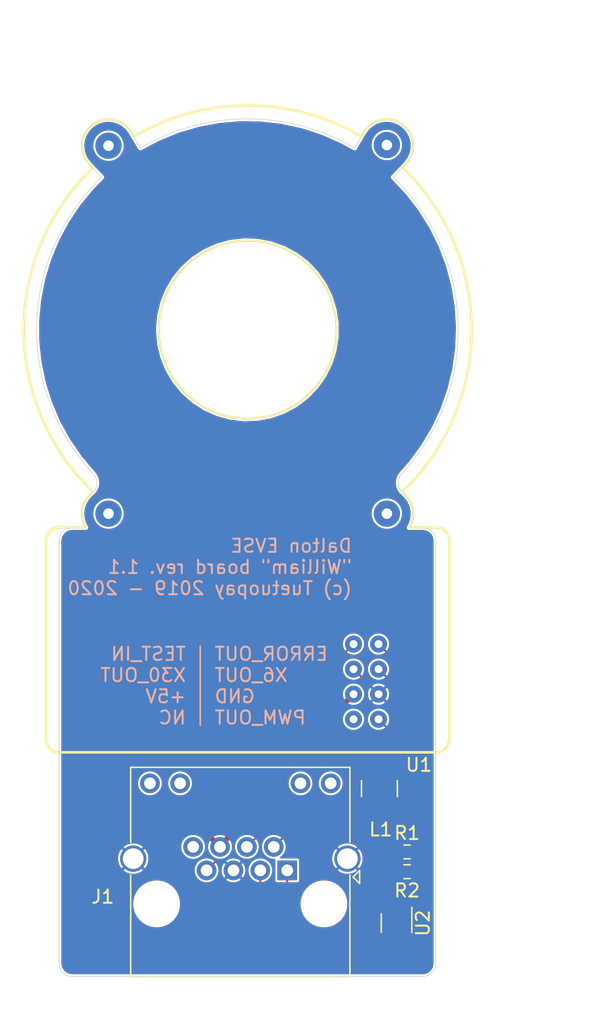
<source format=kicad_pcb>
(kicad_pcb (version 20171130) (host pcbnew "(5.1.10)-1")

  (general
    (thickness 1.6)
    (drawings 32)
    (tracks 71)
    (zones 0)
    (modules 7)
    (nets 16)
  )

  (page A4)
  (layers
    (0 F.Cu signal)
    (31 B.Cu signal)
    (32 B.Adhes user)
    (33 F.Adhes user)
    (34 B.Paste user)
    (35 F.Paste user)
    (36 B.SilkS user)
    (37 F.SilkS user)
    (38 B.Mask user hide)
    (39 F.Mask user hide)
    (40 Dwgs.User user)
    (41 Cmts.User user)
    (42 Eco1.User user)
    (43 Eco2.User user)
    (44 Edge.Cuts user)
    (45 Margin user hide)
    (46 B.CrtYd user)
    (47 F.CrtYd user)
    (48 B.Fab user hide)
    (49 F.Fab user hide)
  )

  (setup
    (last_trace_width 0.15)
    (trace_clearance 0.15)
    (zone_clearance 0.15)
    (zone_45_only no)
    (trace_min 0.15)
    (via_size 0.8)
    (via_drill 0.4)
    (via_min_size 0.4)
    (via_min_drill 0.3)
    (uvia_size 0.3)
    (uvia_drill 0.1)
    (uvias_allowed no)
    (uvia_min_size 0.2)
    (uvia_min_drill 0.1)
    (edge_width 0.05)
    (segment_width 0.2)
    (pcb_text_width 0.3)
    (pcb_text_size 1.5 1.5)
    (mod_edge_width 0.12)
    (mod_text_size 1 1)
    (mod_text_width 0.15)
    (pad_size 1.524 1.524)
    (pad_drill 0.762)
    (pad_to_mask_clearance 0.051)
    (solder_mask_min_width 0.25)
    (aux_axis_origin 0 0)
    (visible_elements 7FFFFFFF)
    (pcbplotparams
      (layerselection 0x010fc_ffffffff)
      (usegerberextensions false)
      (usegerberattributes false)
      (usegerberadvancedattributes false)
      (creategerberjobfile false)
      (excludeedgelayer true)
      (linewidth 0.100000)
      (plotframeref false)
      (viasonmask false)
      (mode 1)
      (useauxorigin false)
      (hpglpennumber 1)
      (hpglpenspeed 20)
      (hpglpendiameter 15.000000)
      (psnegative false)
      (psa4output false)
      (plotreference true)
      (plotvalue true)
      (plotinvisibletext false)
      (padsonsilk false)
      (subtractmaskfromsilk false)
      (outputformat 1)
      (mirror false)
      (drillshape 1)
      (scaleselection 1)
      (outputdirectory ""))
  )

  (net 0 "")
  (net 1 "Net-(J1-Pad12)")
  (net 2 "Net-(J1-Pad11)")
  (net 3 "Net-(J1-Pad10)")
  (net 4 "Net-(J1-Pad9)")
  (net 5 "Net-(J1-Pad8)")
  (net 6 "Net-(U1-Pad8)")
  (net 7 GND)
  (net 8 +5V)
  (net 9 /X30_OUT)
  (net 10 /TEST_IN)
  (net 11 /PWM_OUT)
  (net 12 /X6_OUT)
  (net 13 /ERROR_OUT)
  (net 14 "Net-(L1-Pad2)")
  (net 15 /FAULT_OUT)

  (net_class Default "This is the default net class."
    (clearance 0.15)
    (trace_width 0.15)
    (via_dia 0.8)
    (via_drill 0.4)
    (uvia_dia 0.3)
    (uvia_drill 0.1)
    (add_net /ERROR_OUT)
    (add_net /FAULT_OUT)
    (add_net /PWM_OUT)
    (add_net /TEST_IN)
    (add_net /X30_OUT)
    (add_net /X6_OUT)
    (add_net GND)
    (add_net "Net-(J1-Pad10)")
    (add_net "Net-(J1-Pad11)")
    (add_net "Net-(J1-Pad12)")
    (add_net "Net-(J1-Pad8)")
    (add_net "Net-(J1-Pad9)")
    (add_net "Net-(U1-Pad8)")
  )

  (net_class Power ""
    (clearance 0.15)
    (trace_width 0.4)
    (via_dia 0.8)
    (via_drill 0.4)
    (uvia_dia 0.3)
    (uvia_drill 0.1)
    (add_net +5V)
    (add_net "Net-(L1-Pad2)")
  )

  (module Resistor_SMD:R_0603_1608Metric (layer F.Cu) (tedit 5F68FEEE) (tstamp 60B5AC95)
    (at 154.1 113.6)
    (descr "Resistor SMD 0603 (1608 Metric), square (rectangular) end terminal, IPC_7351 nominal, (Body size source: IPC-SM-782 page 72, https://www.pcb-3d.com/wordpress/wp-content/uploads/ipc-sm-782a_amendment_1_and_2.pdf), generated with kicad-footprint-generator")
    (tags resistor)
    (path /60B5E628)
    (attr smd)
    (fp_text reference R1 (at 0 -1.43) (layer F.SilkS)
      (effects (font (size 1 1) (thickness 0.15)))
    )
    (fp_text value 10k (at 0 1.43) (layer F.Fab)
      (effects (font (size 1 1) (thickness 0.15)))
    )
    (fp_line (start 1.48 0.73) (end -1.48 0.73) (layer F.CrtYd) (width 0.05))
    (fp_line (start 1.48 -0.73) (end 1.48 0.73) (layer F.CrtYd) (width 0.05))
    (fp_line (start -1.48 -0.73) (end 1.48 -0.73) (layer F.CrtYd) (width 0.05))
    (fp_line (start -1.48 0.73) (end -1.48 -0.73) (layer F.CrtYd) (width 0.05))
    (fp_line (start -0.237258 0.5225) (end 0.237258 0.5225) (layer F.SilkS) (width 0.12))
    (fp_line (start -0.237258 -0.5225) (end 0.237258 -0.5225) (layer F.SilkS) (width 0.12))
    (fp_line (start 0.8 0.4125) (end -0.8 0.4125) (layer F.Fab) (width 0.1))
    (fp_line (start 0.8 -0.4125) (end 0.8 0.4125) (layer F.Fab) (width 0.1))
    (fp_line (start -0.8 -0.4125) (end 0.8 -0.4125) (layer F.Fab) (width 0.1))
    (fp_line (start -0.8 0.4125) (end -0.8 -0.4125) (layer F.Fab) (width 0.1))
    (fp_text user %R (at 0 0) (layer F.Fab)
      (effects (font (size 0.4 0.4) (thickness 0.06)))
    )
    (pad 1 smd roundrect (at -0.825 0) (size 0.8 0.95) (layers F.Cu F.Paste F.Mask) (roundrect_rratio 0.25)
      (net 13 /ERROR_OUT))
    (pad 2 smd roundrect (at 0.825 0) (size 0.8 0.95) (layers F.Cu F.Paste F.Mask) (roundrect_rratio 0.25)
      (net 8 +5V))
    (model ${KISYS3DMOD}/Resistor_SMD.3dshapes/R_0603_1608Metric.wrl
      (at (xyz 0 0 0))
      (scale (xyz 1 1 1))
      (rotate (xyz 0 0 0))
    )
  )

  (module Resistor_SMD:R_0603_1608Metric (layer F.Cu) (tedit 5F68FEEE) (tstamp 60B5ACA6)
    (at 154.1 115.1 180)
    (descr "Resistor SMD 0603 (1608 Metric), square (rectangular) end terminal, IPC_7351 nominal, (Body size source: IPC-SM-782 page 72, https://www.pcb-3d.com/wordpress/wp-content/uploads/ipc-sm-782a_amendment_1_and_2.pdf), generated with kicad-footprint-generator")
    (tags resistor)
    (path /60B6145F)
    (attr smd)
    (fp_text reference R2 (at 0 -1.43) (layer F.SilkS)
      (effects (font (size 1 1) (thickness 0.15)))
    )
    (fp_text value 10k (at 0 1.43) (layer F.Fab)
      (effects (font (size 1 1) (thickness 0.15)))
    )
    (fp_line (start 1.48 0.73) (end -1.48 0.73) (layer F.CrtYd) (width 0.05))
    (fp_line (start 1.48 -0.73) (end 1.48 0.73) (layer F.CrtYd) (width 0.05))
    (fp_line (start -1.48 -0.73) (end 1.48 -0.73) (layer F.CrtYd) (width 0.05))
    (fp_line (start -1.48 0.73) (end -1.48 -0.73) (layer F.CrtYd) (width 0.05))
    (fp_line (start -0.237258 0.5225) (end 0.237258 0.5225) (layer F.SilkS) (width 0.12))
    (fp_line (start -0.237258 -0.5225) (end 0.237258 -0.5225) (layer F.SilkS) (width 0.12))
    (fp_line (start 0.8 0.4125) (end -0.8 0.4125) (layer F.Fab) (width 0.1))
    (fp_line (start 0.8 -0.4125) (end 0.8 0.4125) (layer F.Fab) (width 0.1))
    (fp_line (start -0.8 -0.4125) (end 0.8 -0.4125) (layer F.Fab) (width 0.1))
    (fp_line (start -0.8 0.4125) (end -0.8 -0.4125) (layer F.Fab) (width 0.1))
    (fp_text user %R (at 0 0) (layer F.Fab)
      (effects (font (size 0.4 0.4) (thickness 0.06)))
    )
    (pad 1 smd roundrect (at -0.825 0 180) (size 0.8 0.95) (layers F.Cu F.Paste F.Mask) (roundrect_rratio 0.25)
      (net 8 +5V))
    (pad 2 smd roundrect (at 0.825 0 180) (size 0.8 0.95) (layers F.Cu F.Paste F.Mask) (roundrect_rratio 0.25)
      (net 12 /X6_OUT))
    (model ${KISYS3DMOD}/Resistor_SMD.3dshapes/R_0603_1608Metric.wrl
      (at (xyz 0 0 0))
      (scale (xyz 1 1 1))
      (rotate (xyz 0 0 0))
    )
  )

  (module Package_TO_SOT_SMD:SOT-353_SC-70-5 (layer F.Cu) (tedit 5A02FF57) (tstamp 60B5ACFB)
    (at 153.3 119 270)
    (descr "SOT-353, SC-70-5")
    (tags "SOT-353 SC-70-5")
    (path /60B56C17)
    (attr smd)
    (fp_text reference U2 (at 0 -2 90) (layer F.SilkS)
      (effects (font (size 1 1) (thickness 0.15)))
    )
    (fp_text value 74LVC1G32 (at 0 2 270) (layer F.Fab)
      (effects (font (size 1 1) (thickness 0.15)))
    )
    (fp_line (start -0.175 -1.1) (end -0.675 -0.6) (layer F.Fab) (width 0.1))
    (fp_line (start 0.675 1.1) (end -0.675 1.1) (layer F.Fab) (width 0.1))
    (fp_line (start 0.675 -1.1) (end 0.675 1.1) (layer F.Fab) (width 0.1))
    (fp_line (start -1.6 1.4) (end 1.6 1.4) (layer F.CrtYd) (width 0.05))
    (fp_line (start -0.675 -0.6) (end -0.675 1.1) (layer F.Fab) (width 0.1))
    (fp_line (start 0.675 -1.1) (end -0.175 -1.1) (layer F.Fab) (width 0.1))
    (fp_line (start -1.6 -1.4) (end 1.6 -1.4) (layer F.CrtYd) (width 0.05))
    (fp_line (start -1.6 -1.4) (end -1.6 1.4) (layer F.CrtYd) (width 0.05))
    (fp_line (start 1.6 1.4) (end 1.6 -1.4) (layer F.CrtYd) (width 0.05))
    (fp_line (start -0.7 1.16) (end 0.7 1.16) (layer F.SilkS) (width 0.12))
    (fp_line (start 0.7 -1.16) (end -1.2 -1.16) (layer F.SilkS) (width 0.12))
    (fp_text user %R (at 0 0) (layer F.Fab)
      (effects (font (size 0.5 0.5) (thickness 0.075)))
    )
    (pad 1 smd rect (at -0.95 -0.65 270) (size 0.65 0.4) (layers F.Cu F.Paste F.Mask)
      (net 13 /ERROR_OUT))
    (pad 3 smd rect (at -0.95 0.65 270) (size 0.65 0.4) (layers F.Cu F.Paste F.Mask)
      (net 7 GND))
    (pad 2 smd rect (at -0.95 0 270) (size 0.65 0.4) (layers F.Cu F.Paste F.Mask)
      (net 12 /X6_OUT))
    (pad 4 smd rect (at 0.95 0.65 270) (size 0.65 0.4) (layers F.Cu F.Paste F.Mask)
      (net 15 /FAULT_OUT))
    (pad 5 smd rect (at 0.95 -0.65 270) (size 0.65 0.4) (layers F.Cu F.Paste F.Mask)
      (net 8 +5V))
    (model ${KISYS3DMOD}/Package_TO_SOT_SMD.3dshapes/SOT-353_SC-70-5.wrl
      (at (xyz 0 0 0))
      (scale (xyz 1 1 1))
      (rotate (xyz 0 0 0))
    )
  )

  (module ma4evse:RCMB121 (layer F.Cu) (tedit 60A44536) (tstamp 5DD3F91E)
    (at 142 74)
    (path /5E3A3B61)
    (fp_text reference U1 (at 13 33) (layer F.SilkS)
      (effects (font (size 1 1) (thickness 0.15)))
    )
    (fp_text value RCMB121 (at 10.565 -18.45) (layer F.Fab)
      (effects (font (size 1 1) (thickness 0.15)))
    )
    (fp_line (start 12.267204 15) (end 14.3 15) (layer F.SilkS) (width 0.2))
    (fp_line (start 15.3 16) (end 15.3 31.05) (layer F.SilkS) (width 0.2))
    (fp_line (start -14.299999 32.049999) (end 14.3 32.049999) (layer F.SilkS) (width 0.2))
    (fp_line (start -15.299999 16) (end -15.299999 31.05) (layer F.SilkS) (width 0.2))
    (fp_line (start -14.3 15) (end -12.267204 15) (layer F.SilkS) (width 0.2))
    (fp_circle (center 0 0) (end 6.75 0) (layer F.SilkS) (width 0.2))
    (fp_arc (start 10.565 -13.95) (end 11.71823 -12.315968) (angle -215.2975835) (layer F.SilkS) (width 0.2))
    (fp_arc (start 0 0) (end 8.679595 -14.617271) (angle -61.40287045) (layer F.SilkS) (width 0.2))
    (fp_arc (start 0 0) (end -11.71823 -12.315968) (angle -92.84933975) (layer F.SilkS) (width 0.2))
    (fp_arc (start 0 0) (end 11.71823 12.315968) (angle -92.84933975) (layer F.SilkS) (width 0.2))
    (fp_arc (start -10.565 13.95) (end -11.71823 12.315968) (angle -86.45541769) (layer F.SilkS) (width 0.2))
    (fp_arc (start 10.565 13.95) (end 12.267204 14.999999) (angle -86.45541769) (layer F.SilkS) (width 0.2))
    (fp_arc (start -10.565 -13.95) (end -8.679595 -14.617271) (angle -215.2975835) (layer F.SilkS) (width 0.2))
    (fp_arc (start -14.299999 16) (end -14.3 15) (angle -89.99999985) (layer F.SilkS) (width 0.2))
    (fp_arc (start -14.299999 31.05) (end -15.299999 31.05) (angle -90.00002029) (layer F.SilkS) (width 0.2))
    (fp_arc (start 14.3 31.05) (end 14.3 32.049999) (angle -89.99998877) (layer F.SilkS) (width 0.2))
    (fp_arc (start 14.3 16) (end 15.3 16) (angle -90.00000216) (layer F.SilkS) (width 0.2))
    (pad 8 thru_hole circle (at 8.035 29.54) (size 1.3 1.3) (drill 0.6) (layers *.Cu *.Mask)
      (net 6 "Net-(U1-Pad8)"))
    (pad 7 thru_hole circle (at 9.935 29.54) (size 1.3 1.3) (drill 0.6) (layers *.Cu *.Mask)
      (net 11 /PWM_OUT))
    (pad 6 thru_hole circle (at 8.035 27.64) (size 1.3 1.3) (drill 0.6) (layers *.Cu *.Mask)
      (net 14 "Net-(L1-Pad2)"))
    (pad 5 thru_hole circle (at 9.935 27.64) (size 1.3 1.3) (drill 0.6) (layers *.Cu *.Mask)
      (net 7 GND))
    (pad 4 thru_hole circle (at 8.035 25.74) (size 1.3 1.3) (drill 0.6) (layers *.Cu *.Mask)
      (net 9 /X30_OUT))
    (pad 3 thru_hole circle (at 9.935 25.74) (size 1.3 1.3) (drill 0.6) (layers *.Cu *.Mask)
      (net 12 /X6_OUT))
    (pad 2 thru_hole circle (at 8.035 23.84) (size 1.3 1.3) (drill 0.6) (layers *.Cu *.Mask)
      (net 10 /TEST_IN))
    (pad 1 thru_hole circle (at 9.935 23.84) (size 1.3 1.3) (drill 0.6) (layers *.Cu *.Mask)
      (net 13 /ERROR_OUT))
    (pad SH thru_hole circle (at -10.565 13.95) (size 2 2) (drill 0.8) (layers *.Cu *.Mask))
    (pad SH thru_hole circle (at 10.565 13.95) (size 2 2) (drill 0.8) (layers *.Cu *.Mask))
    (pad SH thru_hole circle (at 10.565 -14) (size 2 2) (drill 0.8) (layers *.Cu *.Mask))
    (pad SH thru_hole circle (at -10.565 -13.95) (size 2 2) (drill 0.8) (layers *.Cu *.Mask))
    (model ${KIPRJMOD}/../ma4evse/3d/RCMB121.step
      (at (xyz 0 0 0))
      (scale (xyz 1 1 1))
      (rotate (xyz 0 0 0))
    )
  )

  (module Connector_RJ:RJ45_Amphenol_RJHSE538X (layer F.Cu) (tedit 5AD3662E) (tstamp 5DD3F8FD)
    (at 145 115 180)
    (descr "Shielded, 2 LED, https://www.amphenolcanada.com/ProductSearch/drawings/AC/RJHSE538X.pdf")
    (tags "RJ45 8p8c ethernet cat5")
    (path /5E3A18DA)
    (fp_text reference J1 (at 14 -2 180) (layer F.SilkS)
      (effects (font (size 1 1) (thickness 0.15)))
    )
    (fp_text value Boom_Precision_RJ45-B-1x1 (at 3.56 9.5 180) (layer F.Fab)
      (effects (font (size 1 1) (thickness 0.15)))
    )
    (fp_line (start -5.5 -1) (end -5 -0.5) (layer F.SilkS) (width 0.12))
    (fp_line (start -5.5 0) (end -5.5 -1) (layer F.SilkS) (width 0.12))
    (fp_line (start -5 -0.5) (end -5.5 0) (layer F.SilkS) (width 0.12))
    (fp_line (start 13.19 -8.5) (end 13.19 8.25) (layer F.CrtYd) (width 0.05))
    (fp_line (start -6.07 8.25) (end 13.19 8.25) (layer F.CrtYd) (width 0.05))
    (fp_line (start -6.07 -8.5) (end -6.07 8.25) (layer F.CrtYd) (width 0.05))
    (fp_line (start -6.07 -8.5) (end 13.19 -8.5) (layer F.CrtYd) (width 0.05))
    (fp_line (start -4.695 -7) (end -3.695 -8) (layer F.Fab) (width 0.1))
    (fp_line (start 11.88 7.815) (end 11.88 2.14) (layer F.SilkS) (width 0.12))
    (fp_line (start -4.76 7.815) (end -4.76 2.14) (layer F.SilkS) (width 0.12))
    (fp_line (start -4.76 7.815) (end 11.88 7.815) (layer F.SilkS) (width 0.12))
    (fp_line (start 11.88 -8.065) (end 11.88 -0.36) (layer F.SilkS) (width 0.12))
    (fp_line (start -4.76 -8.065) (end -4.76 -0.36) (layer F.SilkS) (width 0.12))
    (fp_line (start -4.76 -8.065) (end 11.88 -8.065) (layer F.SilkS) (width 0.12))
    (fp_line (start 11.815 -8) (end 11.815 7.75) (layer F.Fab) (width 0.1))
    (fp_line (start -3.695 -8) (end 11.815 -8) (layer F.Fab) (width 0.1))
    (fp_line (start -4.695 7.75) (end 11.815 7.75) (layer F.Fab) (width 0.1))
    (fp_line (start -4.695 -7) (end -4.695 7.75) (layer F.Fab) (width 0.1))
    (fp_text user %R (at 3.56 -6 180) (layer F.Fab)
      (effects (font (size 1 1) (thickness 0.15)))
    )
    (pad 12 thru_hole circle (at 10.42 6.6 180) (size 1.5 1.5) (drill 0.89) (layers *.Cu *.Mask)
      (net 1 "Net-(J1-Pad12)"))
    (pad 11 thru_hole circle (at 8.13 6.6 180) (size 1.5 1.5) (drill 0.89) (layers *.Cu *.Mask)
      (net 2 "Net-(J1-Pad11)"))
    (pad 10 thru_hole circle (at -1.01 6.6 180) (size 1.5 1.5) (drill 0.89) (layers *.Cu *.Mask)
      (net 3 "Net-(J1-Pad10)"))
    (pad 9 thru_hole circle (at -3.3 6.6 180) (size 1.5 1.5) (drill 0.89) (layers *.Cu *.Mask)
      (net 4 "Net-(J1-Pad9)"))
    (pad SH thru_hole circle (at -4.57 0.89 180) (size 2 2) (drill 1.57) (layers *.Cu *.Mask)
      (net 7 GND))
    (pad SH thru_hole circle (at 11.69 0.89 180) (size 2 2) (drill 1.57) (layers *.Cu *.Mask)
      (net 7 GND))
    (pad "" np_thru_hole circle (at 9.91 -2.54 180) (size 3.25 3.25) (drill 3.25) (layers *.Cu *.Mask))
    (pad "" np_thru_hole circle (at -2.79 -2.54 180) (size 3.25 3.25) (drill 3.25) (layers *.Cu *.Mask))
    (pad 8 thru_hole circle (at 7.14 1.78 180) (size 1.5 1.5) (drill 0.89) (layers *.Cu *.Mask)
      (net 5 "Net-(J1-Pad8)"))
    (pad 6 thru_hole circle (at 5.1 1.78 180) (size 1.5 1.5) (drill 0.89) (layers *.Cu *.Mask)
      (net 8 +5V))
    (pad 4 thru_hole circle (at 3.06 1.78 180) (size 1.5 1.5) (drill 0.89) (layers *.Cu *.Mask)
      (net 10 /TEST_IN))
    (pad 2 thru_hole circle (at 1.02 1.78 180) (size 1.5 1.5) (drill 0.89) (layers *.Cu *.Mask)
      (net 9 /X30_OUT))
    (pad 7 thru_hole circle (at 6.12 0 180) (size 1.5 1.5) (drill 0.89) (layers *.Cu *.Mask)
      (net 11 /PWM_OUT))
    (pad 5 thru_hole circle (at 4.08 0 180) (size 1.5 1.5) (drill 0.89) (layers *.Cu *.Mask)
      (net 7 GND))
    (pad 3 thru_hole circle (at 2.04 0 180) (size 1.5 1.5) (drill 0.89) (layers *.Cu *.Mask)
      (net 12 /X6_OUT))
    (pad 1 thru_hole rect (at 0 0 180) (size 1.5 1.5) (drill 0.89) (layers *.Cu *.Mask)
      (net 15 /FAULT_OUT))
    (model ${KISYS3DMOD}/Connector_RJ.3dshapes/RJ45_Amphenol_RJHSE538X.wrl
      (at (xyz 0 0 0))
      (scale (xyz 1 1 1))
      (rotate (xyz 0 0 0))
    )
  )

  (module Inductor_SMD:L_1210_3225Metric (layer F.Cu) (tedit 5F68FEF0) (tstamp 60A4457A)
    (at 152 108.8 90)
    (descr "Inductor SMD 1210 (3225 Metric), square (rectangular) end terminal, IPC_7351 nominal, (Body size source: http://www.tortai-tech.com/upload/download/2011102023233369053.pdf), generated with kicad-footprint-generator")
    (tags inductor)
    (path /60A58CF0)
    (attr smd)
    (fp_text reference L1 (at -3.1 0.1 180) (layer F.SilkS)
      (effects (font (size 1 1) (thickness 0.15)))
    )
    (fp_text value 330u (at 0 2.28 90) (layer F.Fab)
      (effects (font (size 1 1) (thickness 0.15)))
    )
    (fp_line (start 2.28 1.58) (end -2.28 1.58) (layer F.CrtYd) (width 0.05))
    (fp_line (start 2.28 -1.58) (end 2.28 1.58) (layer F.CrtYd) (width 0.05))
    (fp_line (start -2.28 -1.58) (end 2.28 -1.58) (layer F.CrtYd) (width 0.05))
    (fp_line (start -2.28 1.58) (end -2.28 -1.58) (layer F.CrtYd) (width 0.05))
    (fp_line (start -0.602064 1.36) (end 0.602064 1.36) (layer F.SilkS) (width 0.12))
    (fp_line (start -0.602064 -1.36) (end 0.602064 -1.36) (layer F.SilkS) (width 0.12))
    (fp_line (start 1.6 1.25) (end -1.6 1.25) (layer F.Fab) (width 0.1))
    (fp_line (start 1.6 -1.25) (end 1.6 1.25) (layer F.Fab) (width 0.1))
    (fp_line (start -1.6 -1.25) (end 1.6 -1.25) (layer F.Fab) (width 0.1))
    (fp_line (start -1.6 1.25) (end -1.6 -1.25) (layer F.Fab) (width 0.1))
    (fp_text user %R (at 0 0 90) (layer F.Fab)
      (effects (font (size 0.8 0.8) (thickness 0.12)))
    )
    (pad 2 smd roundrect (at 1.4 0 90) (size 1.25 2.65) (layers F.Cu F.Paste F.Mask) (roundrect_rratio 0.2)
      (net 14 "Net-(L1-Pad2)"))
    (pad 1 smd roundrect (at -1.4 0 90) (size 1.25 2.65) (layers F.Cu F.Paste F.Mask) (roundrect_rratio 0.2)
      (net 8 +5V))
    (model ${KISYS3DMOD}/Inductor_SMD.3dshapes/L_1210_3225Metric.wrl
      (at (xyz 0 0 0))
      (scale (xyz 1 1 1))
      (rotate (xyz 0 0 0))
    )
  )

 

  (gr_line (start 129.974093 61.441793) (end 130.930657 62.442741) (layer Edge.Cuts) (width 0.05))
  (gr_arc (start 131.42 60.06) (end 133.141917 59.042649) (angle -193.1254527) (layer Edge.Cuts) (width 0.05))
  (gr_line (start 128.684991 123.05) (end 155.285013 123.05) (layer Edge.Cuts) (width 0.05))
  (gr_arc (start 141.985 74.01) (end 150.123809 60.234668) (angle -61.15130102) (layer Edge.Cuts) (width 0.05))
  (gr_arc (start 155.285 90.01) (end 156.285 90.009999) (angle -89.9993226) (layer Edge.Cuts) (width 0.05))
  (gr_line (start 156.285 90.009999) (end 156.285002 122.05) (layer Edge.Cuts) (width 0.05))
  (gr_arc (start 155.285002 122.05) (end 155.285013 123.05) (angle -89.99935521) (layer Edge.Cuts) (width 0.05))
  (gr_arc (start 141.985 74.01) (end 130.930657 62.442741) (angle -89.32159292) (layer Edge.Cuts) (width 0.05))
  (gr_arc (start 128.685001 122.05) (end 127.685001 122.050001) (angle -89.99935352) (layer Edge.Cuts) (width 0.05))
  (gr_line (start 127.685001 90.009999) (end 127.685001 122.050001) (layer Edge.Cuts) (width 0.05))
  (gr_line (start 128.684989 89.01) (end 129.717796 89.01) (layer Edge.Cuts) (width 0.05))
  (gr_arc (start 131.42 87.96) (end 130.177723 86.392599) (angle -83.26888594) (layer Edge.Cuts) (width 0.05))
  (gr_arc (start 129.556584 85.608898) (end 130.177723 86.392599) (angle -94.62335044) (layer Edge.Cuts) (width 0.05))
  (gr_line (start 133.846191 60.234668) (end 133.141917 59.042649) (layer Edge.Cuts) (width 0.05))
  (gr_arc (start 152.55 60.06) (end 153.995907 61.441794) (angle -193.1254752) (layer Edge.Cuts) (width 0.05))
  (gr_circle (center 141.985 74.01) (end 148.735 74.01) (layer Edge.Cuts) (width 0.05))
  (gr_arc (start 128.685001 90.009999) (end 128.684989 89.01) (angle -89.99935248) (layer Edge.Cuts) (width 0.05))
  (gr_line (start 150.828083 59.042649) (end 150.123809 60.234668) (layer Edge.Cuts) (width 0.05))
  (gr_arc (start 141.985 74.01) (end 153.682333 84.92661) (angle -89.32159292) (layer Edge.Cuts) (width 0.05))
  (gr_line (start 154.252204 89.01) (end 155.285011 89.01) (layer Edge.Cuts) (width 0.05))
  (gr_arc (start 152.55 87.96) (end 154.252204 89.01) (angle -83.26888594) (layer Edge.Cuts) (width 0.05))
  (gr_arc (start 154.413416 85.608898) (end 153.682333 84.92661) (angle -94.62335044) (layer Edge.Cuts) (width 0.05))
  (gr_line (start 153.995907 61.441794) (end 153.039343 62.442741) (layer Edge.Cuts) (width 0.05))
  (dimension 28.600001 (width 0.15) (layer Dwgs.User)
    (gr_text "28.600 mm" (at 141.985001 127.299999 2.003348864e-06) (layer Dwgs.User)
      (effects (font (size 1 1) (thickness 0.15)))
    )
    (feature1 (pts (xy 156.285002 122.05) (xy 156.285002 126.58642)))
    (feature2 (pts (xy 127.685001 122.050001) (xy 127.685001 126.586421)))
    (crossbar (pts (xy 127.685001 126) (xy 156.285002 125.999999)))
    (arrow1a (pts (xy 156.285002 125.999999) (xy 155.158498 126.58642)))
    (arrow1b (pts (xy 156.285002 125.999999) (xy 155.158498 125.413578)))
    (arrow2a (pts (xy 127.685001 126) (xy 128.811505 126.586421)))
    (arrow2b (pts (xy 127.685001 126) (xy 128.811505 125.413579)))
  )
  (dimension 32 (width 0.15) (layer Dwgs.User)
    (gr_text "32.000 mm" (at 142 49.7) (layer Dwgs.User)
      (effects (font (size 1 1) (thickness 0.15)))
    )
    (feature1 (pts (xy 158 74) (xy 158 50.413579)))
    (feature2 (pts (xy 126 74) (xy 126 50.413579)))
    (crossbar (pts (xy 126 51) (xy 158 51)))
    (arrow1a (pts (xy 158 51) (xy 156.873496 51.586421)))
    (arrow1b (pts (xy 158 51) (xy 156.873496 50.413579)))
    (arrow2a (pts (xy 126 51) (xy 127.126504 51.586421)))
    (arrow2b (pts (xy 126 51) (xy 127.126504 50.413579)))
  )
  (dimension 65 (width 0.15) (layer Dwgs.User)
    (gr_text "65.000 mm" (at 168.3 90.5 270) (layer Dwgs.User)
      (effects (font (size 1 1) (thickness 0.15)))
    )
    (feature1 (pts (xy 142 123) (xy 167.586421 123)))
    (feature2 (pts (xy 142 58) (xy 167.586421 58)))
    (crossbar (pts (xy 167 58) (xy 167 123)))
    (arrow1a (pts (xy 167 123) (xy 166.413579 121.873496)))
    (arrow1b (pts (xy 167 123) (xy 167.586421 121.873496)))
    (arrow2a (pts (xy 167 58) (xy 166.413579 59.126504)))
    (arrow2b (pts (xy 167 58) (xy 167.586421 59.126504)))
  )
  (dimension 21.13 (width 0.15) (layer Dwgs.User)
    (gr_text "21,130 mm" (at 142 52.7) (layer Dwgs.User)
      (effects (font (size 1 1) (thickness 0.15)))
    )
    (feature1 (pts (xy 152.565 60.05) (xy 152.565 53.413579)))
    (feature2 (pts (xy 131.435 60.05) (xy 131.435 53.413579)))
    (crossbar (pts (xy 131.435 54) (xy 152.565 54)))
    (arrow1a (pts (xy 152.565 54) (xy 151.438496 54.586421)))
    (arrow1b (pts (xy 152.565 54) (xy 151.438496 53.413579)))
    (arrow2a (pts (xy 131.435 54) (xy 132.561504 54.586421)))
    (arrow2b (pts (xy 131.435 54) (xy 132.561504 53.413579)))
  )
  (dimension 27.95 (width 0.15) (layer Dwgs.User)
    (gr_text "27,950 mm" (at 165.3 73.975 270) (layer Dwgs.User)
      (effects (font (size 1 1) (thickness 0.15)))
    )
    (feature1 (pts (xy 152.565 87.95) (xy 164.586421 87.95)))
    (feature2 (pts (xy 152.565 60) (xy 164.586421 60)))
    (crossbar (pts (xy 164 60) (xy 164 87.95)))
    (arrow1a (pts (xy 164 87.95) (xy 163.413579 86.823496)))
    (arrow1b (pts (xy 164 87.95) (xy 164.586421 86.823496)))
    (arrow2a (pts (xy 164 60) (xy 163.413579 61.126504)))
    (arrow2b (pts (xy 164 60) (xy 164.586421 61.126504)))
  )
  (gr_line (start 138.4 98) (end 138.4 104) (layer B.SilkS) (width 0.12))
  (gr_text "ERROR_OUT\nX6_OUT\nGND\nPWM_OUT" (at 139.4 101) (layer B.SilkS) (tstamp 5DD40A0A)
    (effects (font (size 1 1) (thickness 0.15)) (justify right mirror))
  )
  (gr_text "TEST_IN\nX30_OUT\n+5V\nNC" (at 137.4 101) (layer B.SilkS)
    (effects (font (size 1 1) (thickness 0.15)) (justify left mirror))
  )
  (gr_text "Dalton EVSE\n\"William\" board rev. 1.1\n(c) Tuetuopay 2019 - 2020" (at 150 92) (layer B.SilkS)
    (effects (font (size 1 1) (thickness 0.15)) (justify left mirror))
  )

  (segment (start 152 111) (end 152 110.2) (width 0.4) (layer F.Cu) (net 8))
  (segment (start 151.6 111.4) (end 152 111) (width 0.4) (layer F.Cu) (net 8))
  (segment (start 141.625946 111.4) (end 151.6 111.4) (width 0.4) (layer F.Cu) (net 8))
  (segment (start 139.9 113.125946) (end 141.625946 111.4) (width 0.4) (layer F.Cu) (net 8))
  (segment (start 139.9 113.22) (end 139.9 113.125946) (width 0.4) (layer F.Cu) (net 8))
  (segment (start 153.95 120.55) (end 153.95 119.95) (width 0.4) (layer F.Cu) (net 8))
  (segment (start 153.574989 120.925011) (end 153.95 120.55) (width 0.4) (layer F.Cu) (net 8))
  (segment (start 143.177009 120.925011) (end 153.574989 120.925011) (width 0.4) (layer F.Cu) (net 8))
  (segment (start 136.759999 114.508001) (end 143.177009 120.925011) (width 0.4) (layer F.Cu) (net 8))
  (segment (start 137.331999 112.119999) (end 136.759999 112.691999) (width 0.4) (layer F.Cu) (net 8))
  (segment (start 136.759999 112.691999) (end 136.759999 114.508001) (width 0.4) (layer F.Cu) (net 8))
  (segment (start 138.799999 112.119999) (end 137.331999 112.119999) (width 0.4) (layer F.Cu) (net 8))
  (segment (start 139.9 113.22) (end 138.799999 112.119999) (width 0.4) (layer F.Cu) (net 8))
  (segment (start 153.95 119.95) (end 153.95 119.35) (width 0.4) (layer F.Cu) (net 8))
  (segment (start 154.925 118.375) (end 154.925 115.1) (width 0.4) (layer F.Cu) (net 8))
  (segment (start 153.95 119.35) (end 154.925 118.375) (width 0.4) (layer F.Cu) (net 8))
  (segment (start 144.699978 112.500022) (end 143.98 113.22) (width 0.15) (layer F.Cu) (net 9))
  (segment (start 152.80942 112.500022) (end 144.699978 112.500022) (width 0.15) (layer F.Cu) (net 9))
  (segment (start 154.400022 110.90942) (end 152.80942 112.500022) (width 0.15) (layer F.Cu) (net 9))
  (segment (start 154.400022 102.700022) (end 154.400022 110.90942) (width 0.15) (layer F.Cu) (net 9))
  (segment (start 152.4 100.7) (end 154.400022 102.700022) (width 0.15) (layer F.Cu) (net 9))
  (segment (start 150.995 100.7) (end 152.4 100.7) (width 0.15) (layer F.Cu) (net 9))
  (segment (start 150.035 99.74) (end 150.995 100.7) (width 0.15) (layer F.Cu) (net 9))
  (segment (start 152.68515 112.200012) (end 142.959988 112.200012) (width 0.15) (layer F.Cu) (net 10))
  (segment (start 154.100009 110.785153) (end 152.68515 112.200012) (width 0.15) (layer F.Cu) (net 10))
  (segment (start 142.959988 112.200012) (end 141.94 113.22) (width 0.15) (layer F.Cu) (net 10))
  (segment (start 149.159999 100.160001) (end 149.764997 100.764999) (width 0.15) (layer F.Cu) (net 10))
  (segment (start 149.159999 98.715001) (end 149.159999 100.160001) (width 0.15) (layer F.Cu) (net 10))
  (segment (start 150.035 97.84) (end 149.159999 98.715001) (width 0.15) (layer F.Cu) (net 10))
  (segment (start 154.100009 104.410007) (end 154.100009 110.785153) (width 0.15) (layer F.Cu) (net 10))
  (segment (start 152.355001 102.664999) (end 154.100009 104.410007) (width 0.15) (layer F.Cu) (net 10))
  (segment (start 151.664997 102.664999) (end 152.355001 102.664999) (width 0.15) (layer F.Cu) (net 10))
  (segment (start 151.059999 102.060001) (end 151.664997 102.664999) (width 0.15) (layer F.Cu) (net 10))
  (segment (start 151.059999 101.369997) (end 151.059999 102.060001) (width 0.15) (layer F.Cu) (net 10))
  (segment (start 150.455001 100.764999) (end 151.059999 101.369997) (width 0.15) (layer F.Cu) (net 10))
  (segment (start 149.764997 100.764999) (end 150.455001 100.764999) (width 0.15) (layer F.Cu) (net 10))
  (segment (start 139.684999 114.195001) (end 138.88 115) (width 0.15) (layer F.Cu) (net 11))
  (segment (start 140.875001 112.751999) (end 140.875001 113.688001) (width 0.15) (layer F.Cu) (net 11))
  (segment (start 140.875001 113.688001) (end 140.368001 114.195001) (width 0.15) (layer F.Cu) (net 11))
  (segment (start 152.560884 111.9) (end 141.727 111.9) (width 0.15) (layer F.Cu) (net 11))
  (segment (start 153.8 105.405) (end 153.8 110.660884) (width 0.15) (layer F.Cu) (net 11))
  (segment (start 151.935 103.54) (end 153.8 105.405) (width 0.15) (layer F.Cu) (net 11))
  (segment (start 141.727 111.9) (end 140.875001 112.751999) (width 0.15) (layer F.Cu) (net 11))
  (segment (start 153.8 110.660884) (end 152.560884 111.9) (width 0.15) (layer F.Cu) (net 11))
  (segment (start 140.368001 114.195001) (end 139.684999 114.195001) (width 0.15) (layer F.Cu) (net 11))
  (segment (start 152.64999 114.47499) (end 153.275 115.1) (width 0.15) (layer F.Cu) (net 12))
  (segment (start 152.64999 113.148954) (end 152.64999 114.47499) (width 0.15) (layer F.Cu) (net 12))
  (segment (start 154.700031 111.098913) (end 152.64999 113.148954) (width 0.15) (layer F.Cu) (net 12))
  (segment (start 154.700031 102.505031) (end 154.700031 111.098913) (width 0.15) (layer F.Cu) (net 12))
  (segment (start 151.935 99.74) (end 154.700031 102.505031) (width 0.15) (layer F.Cu) (net 12))
  (segment (start 153.275 118.025) (end 153.3 118.05) (width 0.15) (layer F.Cu) (net 12))
  (segment (start 153.275 115.1) (end 153.275 118.025) (width 0.15) (layer F.Cu) (net 12))
  (segment (start 142.96 116.46) (end 142.96 115) (width 0.15) (layer F.Cu) (net 12))
  (segment (start 153.030001 120.500001) (end 147.000001 120.500001) (width 0.15) (layer F.Cu) (net 12))
  (segment (start 153.3 120.230002) (end 153.030001 120.500001) (width 0.15) (layer F.Cu) (net 12))
  (segment (start 147.000001 120.500001) (end 142.96 116.46) (width 0.15) (layer F.Cu) (net 12))
  (segment (start 153.3 118.05) (end 153.3 120.230002) (width 0.15) (layer F.Cu) (net 12))
  (segment (start 155.000041 111.874959) (end 153.275 113.6) (width 0.15) (layer F.Cu) (net 13))
  (segment (start 155.000041 100.905041) (end 155.000041 111.874959) (width 0.15) (layer F.Cu) (net 13))
  (segment (start 151.935 97.84) (end 155.000041 100.905041) (width 0.15) (layer F.Cu) (net 13))
  (segment (start 153.95 114.275) (end 153.95 118.05) (width 0.15) (layer F.Cu) (net 13))
  (segment (start 153.275 113.6) (end 153.95 114.275) (width 0.15) (layer F.Cu) (net 13))
  (segment (start 151.025 104.9) (end 152 105.875) (width 0.4) (layer F.Cu) (net 14))
  (segment (start 149.7 104.9) (end 151.025 104.9) (width 0.4) (layer F.Cu) (net 14))
  (segment (start 148.9 104.1) (end 149.7 104.9) (width 0.4) (layer F.Cu) (net 14))
  (segment (start 152 105.875) (end 152 107.4) (width 0.4) (layer F.Cu) (net 14))
  (segment (start 148.9 102.775) (end 148.9 104.1) (width 0.4) (layer F.Cu) (net 14))
  (segment (start 150.035 101.64) (end 148.9 102.775) (width 0.4) (layer F.Cu) (net 14))
  (segment (start 147.461998 119.95) (end 145 117.488002) (width 0.15) (layer F.Cu) (net 15))
  (segment (start 145 117.488002) (end 145 115) (width 0.15) (layer F.Cu) (net 15))
  (segment (start 152.65 119.95) (end 147.461998 119.95) (width 0.15) (layer F.Cu) (net 15))

  (zone (net 7) (net_name GND) (layer F.Cu) (tstamp 0) (hatch edge 0.508)
    (connect_pads (clearance 0.15))
    (min_thickness 0.15)
    (fill yes (arc_segments 32) (thermal_gap 0.15) (thermal_bridge_width 0.2))
    (polygon
      (pts
        (xy 124 56) (xy 161 56) (xy 161 124) (xy 124 124)
      )
    )
    (filled_polygon
      (pts
        (xy 142.980605 58.29181) (xy 144.536815 58.468412) (xy 146.067787 58.798703) (xy 147.558381 59.279414) (xy 148.995419 59.906476)
        (xy 149.989742 60.446349) (xy 149.996026 60.450948) (xy 150.040675 60.471721) (xy 150.08852 60.483386) (xy 150.137719 60.485491)
        (xy 150.186385 60.477958) (xy 150.232647 60.461075) (xy 150.274725 60.435492) (xy 150.311004 60.40219) (xy 150.332804 60.372405)
        (xy 150.624114 59.879348) (xy 151.34 59.879348) (xy 151.34 60.120652) (xy 151.387076 60.357319) (xy 151.479419 60.580255)
        (xy 151.613481 60.780892) (xy 151.784108 60.951519) (xy 151.984745 61.085581) (xy 152.207681 61.177924) (xy 152.444348 61.225)
        (xy 152.685652 61.225) (xy 152.922319 61.177924) (xy 153.145255 61.085581) (xy 153.345892 60.951519) (xy 153.516519 60.780892)
        (xy 153.650581 60.580255) (xy 153.742924 60.357319) (xy 153.79 60.120652) (xy 153.79 59.879348) (xy 153.742924 59.642681)
        (xy 153.650581 59.419745) (xy 153.516519 59.219108) (xy 153.345892 59.048481) (xy 153.145255 58.914419) (xy 152.922319 58.822076)
        (xy 152.685652 58.775) (xy 152.444348 58.775) (xy 152.207681 58.822076) (xy 151.984745 58.914419) (xy 151.784108 59.048481)
        (xy 151.613481 59.219108) (xy 151.479419 59.419745) (xy 151.387076 59.642681) (xy 151.34 59.879348) (xy 150.624114 59.879348)
        (xy 151.037102 59.180345) (xy 151.245817 58.894918) (xy 151.496951 58.663792) (xy 151.788198 58.485844) (xy 152.108463 58.367855)
        (xy 152.44554 58.31432) (xy 152.786607 58.327278) (xy 153.118649 58.406233) (xy 153.429041 58.548182) (xy 153.705946 58.747713)
        (xy 153.938823 58.99723) (xy 154.118797 59.287224) (xy 154.23902 59.606659) (xy 154.294907 59.943361) (xy 154.284331 60.284504)
        (xy 154.207697 60.617091) (xy 154.067918 60.928467) (xy 153.86494 61.214341) (xy 153.813114 61.27122) (xy 152.850124 62.278892)
        (xy 152.827361 62.307947) (xy 152.805137 62.351894) (xy 152.791914 62.39933) (xy 152.788198 62.448435) (xy 152.794136 62.497322)
        (xy 152.809495 62.54411) (xy 152.833688 62.587004) (xy 152.865784 62.624353) (xy 152.870578 62.628109) (xy 153.943492 63.760745)
        (xy 154.902312 64.99913) (xy 155.733402 66.326631) (xy 156.428533 67.730104) (xy 156.980838 69.195688) (xy 157.384846 70.708869)
        (xy 157.63657 72.2547) (xy 157.733518 73.817894) (xy 157.67473 75.382979) (xy 157.460788 76.9345) (xy 157.093813 78.457078)
        (xy 156.577421 79.935702) (xy 155.916733 81.355715) (xy 155.118275 82.703091) (xy 154.188726 83.966154) (xy 153.493976 84.762227)
        (xy 153.493913 84.762307) (xy 153.492263 84.764211) (xy 153.435329 84.830846) (xy 153.426203 84.843923) (xy 153.416206 84.856356)
        (xy 153.414316 84.85929) (xy 153.309742 85.024076) (xy 153.299525 85.044302) (xy 153.289029 85.064381) (xy 153.287744 85.067627)
        (xy 153.217169 85.249585) (xy 153.21108 85.271395) (xy 153.204678 85.293146) (xy 153.20405 85.296571) (xy 153.204048 85.29658)
        (xy 153.204047 85.296588) (xy 153.170161 85.488781) (xy 153.168424 85.511352) (xy 153.166369 85.533937) (xy 153.166418 85.537428)
        (xy 153.170507 85.732551) (xy 153.173188 85.755033) (xy 153.175558 85.777585) (xy 153.176283 85.780989) (xy 153.176284 85.781)
        (xy 153.176287 85.78101) (xy 153.218195 85.971611) (xy 153.225201 85.993173) (xy 153.231898 86.014807) (xy 153.23327 86.018005)
        (xy 153.233273 86.018015) (xy 153.233278 86.018023) (xy 153.311411 86.196857) (xy 153.322449 86.216607) (xy 153.333241 86.236567)
        (xy 153.335211 86.239443) (xy 153.335214 86.239448) (xy 153.335218 86.239452) (xy 153.446599 86.399706) (xy 153.461265 86.416939)
        (xy 153.475728 86.434421) (xy 153.478222 86.436863) (xy 153.618467 86.572292) (xy 153.618615 86.572437) (xy 153.881764 86.826551)
        (xy 154.076558 87.106814) (xy 154.213204 87.419577) (xy 154.286497 87.752918) (xy 154.293648 88.094149) (xy 154.234384 88.430268)
        (xy 154.108449 88.754961) (xy 154.044877 88.868552) (xy 154.043331 88.870436) (xy 154.020117 88.913866) (xy 154.005822 88.960992)
        (xy 154.000995 89.01) (xy 154.005822 89.059008) (xy 154.020117 89.106134) (xy 154.043331 89.149564) (xy 154.074572 89.187632)
        (xy 154.11264 89.218873) (xy 154.15607 89.242087) (xy 154.203196 89.256382) (xy 154.239929 89.26) (xy 155.272778 89.26)
        (xy 155.430454 89.275462) (xy 155.570354 89.317702) (xy 155.699386 89.386311) (xy 155.812637 89.478679) (xy 155.905788 89.591281)
        (xy 155.975296 89.719838) (xy 156.018508 89.859442) (xy 156.035 90.016362) (xy 156.035003 122.037761) (xy 156.019542 122.195443)
        (xy 155.977303 122.335346) (xy 155.908693 122.464383) (xy 155.816332 122.577629) (xy 155.703726 122.670785) (xy 155.575177 122.740291)
        (xy 155.435565 122.783508) (xy 155.278656 122.8) (xy 128.697224 122.8) (xy 128.539547 122.784538) (xy 128.399648 122.742298)
        (xy 128.270615 122.673688) (xy 128.157365 122.581322) (xy 128.064213 122.468719) (xy 127.994706 122.340165) (xy 127.951493 122.200564)
        (xy 127.935001 122.043639) (xy 127.935001 117.357791) (xy 133.24 117.357791) (xy 133.24 117.722209) (xy 133.311095 118.079625)
        (xy 133.450552 118.416303) (xy 133.653011 118.719306) (xy 133.910694 118.976989) (xy 134.213697 119.179448) (xy 134.550375 119.318905)
        (xy 134.907791 119.39) (xy 135.272209 119.39) (xy 135.629625 119.318905) (xy 135.966303 119.179448) (xy 136.269306 118.976989)
        (xy 136.526989 118.719306) (xy 136.729448 118.416303) (xy 136.868905 118.079625) (xy 136.94 117.722209) (xy 136.94 117.357791)
        (xy 136.868905 117.000375) (xy 136.729448 116.663697) (xy 136.526989 116.360694) (xy 136.269306 116.103011) (xy 135.966303 115.900552)
        (xy 135.629625 115.761095) (xy 135.272209 115.69) (xy 134.907791 115.69) (xy 134.550375 115.761095) (xy 134.213697 115.900552)
        (xy 133.910694 116.103011) (xy 133.653011 116.360694) (xy 133.450552 116.663697) (xy 133.311095 117.000375) (xy 133.24 117.357791)
        (xy 127.935001 117.357791) (xy 127.935001 114.958112) (xy 132.497244 114.958112) (xy 132.606854 115.12033) (xy 132.81747 115.238094)
        (xy 133.047014 115.312506) (xy 133.286665 115.340706) (xy 133.527212 115.32161) (xy 133.759412 115.255954) (xy 133.974341 115.146259)
        (xy 134.013146 115.12033) (xy 134.122756 114.958112) (xy 133.31 114.145355) (xy 132.497244 114.958112) (xy 127.935001 114.958112)
        (xy 127.935001 114.086665) (xy 132.079294 114.086665) (xy 132.09839 114.327212) (xy 132.164046 114.559412) (xy 132.273741 114.774341)
        (xy 132.29967 114.813146) (xy 132.461888 114.922756) (xy 133.274645 114.11) (xy 133.345355 114.11) (xy 134.158112 114.922756)
        (xy 134.32033 114.813146) (xy 134.438094 114.60253) (xy 134.512506 114.372986) (xy 134.540706 114.133335) (xy 134.52161 113.892788)
        (xy 134.455954 113.660588) (xy 134.346259 113.445659) (xy 134.32033 113.406854) (xy 134.158112 113.297244) (xy 133.345355 114.11)
        (xy 133.274645 114.11) (xy 132.461888 113.297244) (xy 132.29967 113.406854) (xy 132.181906 113.61747) (xy 132.107494 113.847014)
        (xy 132.079294 114.086665) (xy 127.935001 114.086665) (xy 127.935001 113.261888) (xy 132.497244 113.261888) (xy 133.31 114.074645)
        (xy 134.122756 113.261888) (xy 134.013146 113.09967) (xy 133.80253 112.981906) (xy 133.572986 112.907494) (xy 133.333335 112.879294)
        (xy 133.092788 112.89839) (xy 132.860588 112.964046) (xy 132.645659 113.073741) (xy 132.606854 113.09967) (xy 132.497244 113.261888)
        (xy 127.935001 113.261888) (xy 127.935001 112.691999) (xy 136.332944 112.691999) (xy 136.334999 112.712866) (xy 136.335 114.487124)
        (xy 136.332944 114.508001) (xy 136.341149 114.591315) (xy 136.362575 114.661943) (xy 136.365452 114.671428) (xy 136.404916 114.745261)
        (xy 136.458026 114.809975) (xy 136.474238 114.82328) (xy 142.861725 121.210767) (xy 142.875035 121.226985) (xy 142.939749 121.280095)
        (xy 143.01358 121.319558) (xy 143.013582 121.319559) (xy 143.093695 121.343861) (xy 143.177009 121.352067) (xy 143.197883 121.350011)
        (xy 153.554122 121.350011) (xy 153.574989 121.352066) (xy 153.595856 121.350011) (xy 153.595863 121.350011) (xy 153.658303 121.343861)
        (xy 153.738416 121.319559) (xy 153.812249 121.280095) (xy 153.876963 121.226985) (xy 153.890273 121.210767) (xy 154.235758 120.865282)
        (xy 154.251974 120.851974) (xy 154.305084 120.78726) (xy 154.344548 120.713427) (xy 154.36885 120.633314) (xy 154.375 120.570874)
        (xy 154.375 120.570867) (xy 154.377055 120.55) (xy 154.375 120.529133) (xy 154.375 120.286047) (xy 154.376088 120.275)
        (xy 154.376088 119.625) (xy 154.375 119.613953) (xy 154.375 119.52604) (xy 155.210763 118.690278) (xy 155.226974 118.676974)
        (xy 155.280084 118.61226) (xy 155.319548 118.538427) (xy 155.342877 118.461521) (xy 155.34385 118.458315) (xy 155.344679 118.449902)
        (xy 155.35 118.395874) (xy 155.35 118.395868) (xy 155.352055 118.375001) (xy 155.35 118.354134) (xy 155.35 115.735545)
        (xy 155.361722 115.729279) (xy 155.42629 115.67629) (xy 155.479279 115.611722) (xy 155.518654 115.538057) (xy 155.542901 115.458126)
        (xy 155.551088 115.375) (xy 155.551088 114.825) (xy 155.542901 114.741874) (xy 155.518654 114.661943) (xy 155.479279 114.588278)
        (xy 155.42629 114.52371) (xy 155.361722 114.470721) (xy 155.288057 114.431346) (xy 155.208126 114.407099) (xy 155.125 114.398912)
        (xy 154.725 114.398912) (xy 154.641874 114.407099) (xy 154.561943 114.431346) (xy 154.488278 114.470721) (xy 154.42371 114.52371)
        (xy 154.370721 114.588278) (xy 154.331346 114.661943) (xy 154.307099 114.741874) (xy 154.298912 114.825) (xy 154.298912 115.375)
        (xy 154.307099 115.458126) (xy 154.331346 115.538057) (xy 154.370721 115.611722) (xy 154.42371 115.67629) (xy 154.488278 115.729279)
        (xy 154.500001 115.735545) (xy 154.5 118.198959) (xy 154.376088 118.322871) (xy 154.376088 117.725) (xy 154.371744 117.680892)
        (xy 154.358878 117.63848) (xy 154.337985 117.599392) (xy 154.309868 117.565132) (xy 154.275608 117.537015) (xy 154.25 117.523327)
        (xy 154.25 114.289722) (xy 154.25145 114.274999) (xy 154.25 114.260276) (xy 154.25 114.260267) (xy 154.245659 114.21619)
        (xy 154.228504 114.15964) (xy 154.209664 114.124392) (xy 154.200647 114.107522) (xy 154.172549 114.073285) (xy 154.163158 114.061842)
        (xy 154.151716 114.052452) (xy 153.901088 113.801824) (xy 153.901088 113.398175) (xy 153.974263 113.325) (xy 154.298912 113.325)
        (xy 154.298912 113.875) (xy 154.307099 113.958126) (xy 154.331346 114.038057) (xy 154.370721 114.111722) (xy 154.42371 114.17629)
        (xy 154.488278 114.229279) (xy 154.561943 114.268654) (xy 154.641874 114.292901) (xy 154.725 114.301088) (xy 155.125 114.301088)
        (xy 155.208126 114.292901) (xy 155.288057 114.268654) (xy 155.361722 114.229279) (xy 155.42629 114.17629) (xy 155.479279 114.111722)
        (xy 155.518654 114.038057) (xy 155.542901 113.958126) (xy 155.551088 113.875) (xy 155.551088 113.325) (xy 155.542901 113.241874)
        (xy 155.518654 113.161943) (xy 155.479279 113.088278) (xy 155.42629 113.02371) (xy 155.361722 112.970721) (xy 155.288057 112.931346)
        (xy 155.208126 112.907099) (xy 155.125 112.898912) (xy 154.725 112.898912) (xy 154.641874 112.907099) (xy 154.561943 112.931346)
        (xy 154.488278 112.970721) (xy 154.42371 113.02371) (xy 154.370721 113.088278) (xy 154.331346 113.161943) (xy 154.307099 113.241874)
        (xy 154.298912 113.325) (xy 153.974263 113.325) (xy 155.201756 112.097508) (xy 155.213199 112.088117) (xy 155.230138 112.067477)
        (xy 155.250688 112.042437) (xy 155.278544 111.99032) (xy 155.278545 111.990319) (xy 155.2957 111.933769) (xy 155.300041 111.889692)
        (xy 155.300041 111.889683) (xy 155.301491 111.87496) (xy 155.300041 111.860237) (xy 155.300041 100.919771) (xy 155.301492 100.905041)
        (xy 155.297792 100.867477) (xy 155.2957 100.846231) (xy 155.278545 100.789681) (xy 155.265353 100.765) (xy 155.250688 100.737563)
        (xy 155.222591 100.703327) (xy 155.22259 100.703326) (xy 155.213199 100.691883) (xy 155.201758 100.682494) (xy 152.72896 98.209697)
        (xy 152.776374 98.095228) (xy 152.81 97.92618) (xy 152.81 97.75382) (xy 152.776374 97.584772) (xy 152.710415 97.425532)
        (xy 152.614657 97.28222) (xy 152.49278 97.160343) (xy 152.349468 97.064585) (xy 152.190228 96.998626) (xy 152.02118 96.965)
        (xy 151.84882 96.965) (xy 151.679772 96.998626) (xy 151.520532 97.064585) (xy 151.37722 97.160343) (xy 151.255343 97.28222)
        (xy 151.159585 97.425532) (xy 151.093626 97.584772) (xy 151.06 97.75382) (xy 151.06 97.92618) (xy 151.093626 98.095228)
        (xy 151.159585 98.254468) (xy 151.255343 98.39778) (xy 151.37722 98.519657) (xy 151.520532 98.615415) (xy 151.679772 98.681374)
        (xy 151.84882 98.715) (xy 152.02118 98.715) (xy 152.190228 98.681374) (xy 152.304697 98.63396) (xy 154.700041 101.029305)
        (xy 154.700041 102.080777) (xy 152.72896 100.109697) (xy 152.776374 99.995228) (xy 152.81 99.82618) (xy 152.81 99.65382)
        (xy 152.776374 99.484772) (xy 152.710415 99.325532) (xy 152.614657 99.18222) (xy 152.49278 99.060343) (xy 152.349468 98.964585)
        (xy 152.190228 98.898626) (xy 152.02118 98.865) (xy 151.84882 98.865) (xy 151.679772 98.898626) (xy 151.520532 98.964585)
        (xy 151.37722 99.060343) (xy 151.255343 99.18222) (xy 151.159585 99.325532) (xy 151.093626 99.484772) (xy 151.06 99.65382)
        (xy 151.06 99.82618) (xy 151.093626 99.995228) (xy 151.159585 100.154468) (xy 151.255343 100.29778) (xy 151.357563 100.4)
        (xy 151.119264 100.4) (xy 150.82896 100.109696) (xy 150.876374 99.995228) (xy 150.91 99.82618) (xy 150.91 99.65382)
        (xy 150.876374 99.484772) (xy 150.810415 99.325532) (xy 150.714657 99.18222) (xy 150.59278 99.060343) (xy 150.449468 98.964585)
        (xy 150.290228 98.898626) (xy 150.12118 98.865) (xy 149.94882 98.865) (xy 149.779772 98.898626) (xy 149.620532 98.964585)
        (xy 149.47722 99.060343) (xy 149.459999 99.077564) (xy 149.459999 98.839264) (xy 149.665303 98.63396) (xy 149.779772 98.681374)
        (xy 149.94882 98.715) (xy 150.12118 98.715) (xy 150.290228 98.681374) (xy 150.449468 98.615415) (xy 150.59278 98.519657)
        (xy 150.714657 98.39778) (xy 150.810415 98.254468) (xy 150.876374 98.095228) (xy 150.91 97.92618) (xy 150.91 97.75382)
        (xy 150.876374 97.584772) (xy 150.810415 97.425532) (xy 150.714657 97.28222) (xy 150.59278 97.160343) (xy 150.449468 97.064585)
        (xy 150.290228 96.998626) (xy 150.12118 96.965) (xy 149.94882 96.965) (xy 149.779772 96.998626) (xy 149.620532 97.064585)
        (xy 149.47722 97.160343) (xy 149.355343 97.28222) (xy 149.259585 97.425532) (xy 149.193626 97.584772) (xy 149.16 97.75382)
        (xy 149.16 97.92618) (xy 149.193626 98.095228) (xy 149.24104 98.209697) (xy 148.958289 98.492448) (xy 148.946841 98.501843)
        (xy 148.932222 98.519657) (xy 148.909352 98.547524) (xy 148.894463 98.575381) (xy 148.881495 98.599642) (xy 148.86434 98.656192)
        (xy 148.859999 98.700269) (xy 148.859999 98.700278) (xy 148.858549 98.715001) (xy 148.859999 98.729724) (xy 148.86 100.145268)
        (xy 148.858549 100.160001) (xy 148.864341 100.218811) (xy 148.881496 100.275361) (xy 148.909352 100.327478) (xy 148.93745 100.361715)
        (xy 148.946842 100.373159) (xy 148.958284 100.382549) (xy 149.512502 100.936768) (xy 149.47722 100.960343) (xy 149.355343 101.08222)
        (xy 149.259585 101.225532) (xy 149.193626 101.384772) (xy 149.16 101.55382) (xy 149.16 101.72618) (xy 149.191155 101.882805)
        (xy 148.614243 102.459717) (xy 148.598026 102.473026) (xy 148.544916 102.537741) (xy 148.505452 102.611574) (xy 148.496461 102.641213)
        (xy 148.483091 102.68529) (xy 148.48115 102.691687) (xy 148.475 102.754127) (xy 148.475 102.754133) (xy 148.472945 102.775)
        (xy 148.475 102.795867) (xy 148.475001 104.079124) (xy 148.472945 104.1) (xy 148.48115 104.183314) (xy 148.499114 104.24253)
        (xy 148.505453 104.263427) (xy 148.544917 104.33726) (xy 148.598027 104.401974) (xy 148.614239 104.415279) (xy 149.384719 105.18576)
        (xy 149.398026 105.201974) (xy 149.46274 105.255084) (xy 149.510855 105.280801) (xy 149.536572 105.294548) (xy 149.616685 105.31885)
        (xy 149.624327 105.319603) (xy 149.679126 105.325) (xy 149.679133 105.325) (xy 149.7 105.327055) (xy 149.720867 105.325)
        (xy 150.84896 105.325) (xy 151.575 106.051041) (xy 151.575 106.548912) (xy 150.925 106.548912) (xy 150.83212 106.55806)
        (xy 150.742809 106.585152) (xy 150.6605 106.629147) (xy 150.588355 106.688355) (xy 150.529147 106.7605) (xy 150.485152 106.842809)
        (xy 150.45806 106.93212) (xy 150.448912 107.025) (xy 150.448912 107.775) (xy 150.45806 107.86788) (xy 150.485152 107.957191)
        (xy 150.529147 108.0395) (xy 150.588355 108.111645) (xy 150.6605 108.170853) (xy 150.742809 108.214848) (xy 150.83212 108.24194)
        (xy 150.925 108.251088) (xy 153.075 108.251088) (xy 153.16788 108.24194) (xy 153.257191 108.214848) (xy 153.3395 108.170853)
        (xy 153.411645 108.111645) (xy 153.470853 108.0395) (xy 153.5 107.984969) (xy 153.500001 109.615032) (xy 153.470853 109.5605)
        (xy 153.411645 109.488355) (xy 153.3395 109.429147) (xy 153.257191 109.385152) (xy 153.16788 109.35806) (xy 153.075 109.348912)
        (xy 150.925 109.348912) (xy 150.83212 109.35806) (xy 150.742809 109.385152) (xy 150.6605 109.429147) (xy 150.588355 109.488355)
        (xy 150.529147 109.5605) (xy 150.485152 109.642809) (xy 150.45806 109.73212) (xy 150.448912 109.825) (xy 150.448912 110.575)
        (xy 150.45806 110.66788) (xy 150.485152 110.757191) (xy 150.529147 110.8395) (xy 150.588355 110.911645) (xy 150.6605 110.970853)
        (xy 150.668259 110.975) (xy 141.646812 110.975) (xy 141.625945 110.972945) (xy 141.605078 110.975) (xy 141.605072 110.975)
        (xy 141.551044 110.980321) (xy 141.542631 110.98115) (xy 141.53471 110.983553) (xy 141.462519 111.005452) (xy 141.388686 111.044916)
        (xy 141.349716 111.076898) (xy 141.3419 111.083313) (xy 141.323972 111.098026) (xy 141.310667 111.114238) (xy 140.149399 112.275507)
        (xy 139.996029 112.245) (xy 139.803971 112.245) (xy 139.615603 112.282468) (xy 139.578767 112.297726) (xy 139.115282 111.834242)
        (xy 139.101973 111.818025) (xy 139.037259 111.764915) (xy 138.963426 111.725451) (xy 138.883313 111.701149) (xy 138.820873 111.694999)
        (xy 138.820866 111.694999) (xy 138.799999 111.692944) (xy 138.779132 111.694999) (xy 137.352865 111.694999) (xy 137.331998 111.692944)
        (xy 137.311131 111.694999) (xy 137.311125 111.694999) (xy 137.257097 111.70032) (xy 137.248684 111.701149) (xy 137.227808 111.707482)
        (xy 137.168572 111.725451) (xy 137.094739 111.764915) (xy 137.030025 111.818025) (xy 137.01672 111.834237) (xy 136.474242 112.376716)
        (xy 136.458025 112.390025) (xy 136.404915 112.45474) (xy 136.365451 112.528573) (xy 136.341149 112.608686) (xy 136.334999 112.671126)
        (xy 136.334999 112.671132) (xy 136.332944 112.691999) (xy 127.935001 112.691999) (xy 127.935001 108.303971) (xy 133.605 108.303971)
        (xy 133.605 108.496029) (xy 133.642468 108.684397) (xy 133.715966 108.861836) (xy 133.822668 109.021527) (xy 133.958473 109.157332)
        (xy 134.118164 109.264034) (xy 134.295603 109.337532) (xy 134.483971 109.375) (xy 134.676029 109.375) (xy 134.864397 109.337532)
        (xy 135.041836 109.264034) (xy 135.201527 109.157332) (xy 135.337332 109.021527) (xy 135.444034 108.861836) (xy 135.517532 108.684397)
        (xy 135.555 108.496029) (xy 135.555 108.303971) (xy 135.895 108.303971) (xy 135.895 108.496029) (xy 135.932468 108.684397)
        (xy 136.005966 108.861836) (xy 136.112668 109.021527) (xy 136.248473 109.157332) (xy 136.408164 109.264034) (xy 136.585603 109.337532)
        (xy 136.773971 109.375) (xy 136.966029 109.375) (xy 137.154397 109.337532) (xy 137.331836 109.264034) (xy 137.491527 109.157332)
        (xy 137.627332 109.021527) (xy 137.734034 108.861836) (xy 137.807532 108.684397) (xy 137.845 108.496029) (xy 137.845 108.303971)
        (xy 145.035 108.303971) (xy 145.035 108.496029) (xy 145.072468 108.684397) (xy 145.145966 108.861836) (xy 145.252668 109.021527)
        (xy 145.388473 109.157332) (xy 145.548164 109.264034) (xy 145.725603 109.337532) (xy 145.913971 109.375) (xy 146.106029 109.375)
        (xy 146.294397 109.337532) (xy 146.471836 109.264034) (xy 146.631527 109.157332) (xy 146.767332 109.021527) (xy 146.874034 108.861836)
        (xy 146.947532 108.684397) (xy 146.985 108.496029) (xy 146.985 108.303971) (xy 147.325 108.303971) (xy 147.325 108.496029)
        (xy 147.362468 108.684397) (xy 147.435966 108.861836) (xy 147.542668 109.021527) (xy 147.678473 109.157332) (xy 147.838164 109.264034)
        (xy 148.015603 109.337532) (xy 148.203971 109.375) (xy 148.396029 109.375) (xy 148.584397 109.337532) (xy 148.761836 109.264034)
        (xy 148.921527 109.157332) (xy 149.057332 109.021527) (xy 149.164034 108.861836) (xy 149.237532 108.684397) (xy 149.275 108.496029)
        (xy 149.275 108.303971) (xy 149.237532 108.115603) (xy 149.164034 107.938164) (xy 149.057332 107.778473) (xy 148.921527 107.642668)
        (xy 148.761836 107.535966) (xy 148.584397 107.462468) (xy 148.396029 107.425) (xy 148.203971 107.425) (xy 148.015603 107.462468)
        (xy 147.838164 107.535966) (xy 147.678473 107.642668) (xy 147.542668 107.778473) (xy 147.435966 107.938164) (xy 147.362468 108.115603)
        (xy 147.325 108.303971) (xy 146.985 108.303971) (xy 146.947532 108.115603) (xy 146.874034 107.938164) (xy 146.767332 107.778473)
        (xy 146.631527 107.642668) (xy 146.471836 107.535966) (xy 146.294397 107.462468) (xy 146.106029 107.425) (xy 145.913971 107.425)
        (xy 145.725603 107.462468) (xy 145.548164 107.535966) (xy 145.388473 107.642668) (xy 145.252668 107.778473) (xy 145.145966 107.938164)
        (xy 145.072468 108.115603) (xy 145.035 108.303971) (xy 137.845 108.303971) (xy 137.807532 108.115603) (xy 137.734034 107.938164)
        (xy 137.627332 107.778473) (xy 137.491527 107.642668) (xy 137.331836 107.535966) (xy 137.154397 107.462468) (xy 136.966029 107.425)
        (xy 136.773971 107.425) (xy 136.585603 107.462468) (xy 136.408164 107.535966) (xy 136.248473 107.642668) (xy 136.112668 107.778473)
        (xy 136.005966 107.938164) (xy 135.932468 108.115603) (xy 135.895 108.303971) (xy 135.555 108.303971) (xy 135.517532 108.115603)
        (xy 135.444034 107.938164) (xy 135.337332 107.778473) (xy 135.201527 107.642668) (xy 135.041836 107.535966) (xy 134.864397 107.462468)
        (xy 134.676029 107.425) (xy 134.483971 107.425) (xy 134.295603 107.462468) (xy 134.118164 107.535966) (xy 133.958473 107.642668)
        (xy 133.822668 107.778473) (xy 133.715966 107.938164) (xy 133.642468 108.115603) (xy 133.605 108.303971) (xy 127.935001 108.303971)
        (xy 127.935001 90.022239) (xy 127.950462 89.864557) (xy 127.992702 89.724652) (xy 128.061307 89.595623) (xy 128.153674 89.482369)
        (xy 128.266275 89.389218) (xy 128.394829 89.319708) (xy 128.534437 89.276492) (xy 128.691346 89.26) (xy 129.730071 89.26)
        (xy 129.766804 89.256382) (xy 129.81393 89.242087) (xy 129.85736 89.218873) (xy 129.895428 89.187632) (xy 129.926669 89.149564)
        (xy 129.949883 89.106134) (xy 129.964178 89.059008) (xy 129.969005 89.01) (xy 129.964178 88.960992) (xy 129.949883 88.913866)
        (xy 129.940402 88.896128) (xy 129.781608 88.571535) (xy 129.694031 88.241655) (xy 129.672194 87.901047) (xy 129.681673 87.829348)
        (xy 130.21 87.829348) (xy 130.21 88.070652) (xy 130.257076 88.307319) (xy 130.349419 88.530255) (xy 130.483481 88.730892)
        (xy 130.654108 88.901519) (xy 130.854745 89.035581) (xy 131.077681 89.127924) (xy 131.314348 89.175) (xy 131.555652 89.175)
        (xy 131.792319 89.127924) (xy 132.015255 89.035581) (xy 132.215892 88.901519) (xy 132.386519 88.730892) (xy 132.520581 88.530255)
        (xy 132.612924 88.307319) (xy 132.66 88.070652) (xy 132.66 87.829348) (xy 151.34 87.829348) (xy 151.34 88.070652)
        (xy 151.387076 88.307319) (xy 151.479419 88.530255) (xy 151.613481 88.730892) (xy 151.784108 88.901519) (xy 151.984745 89.035581)
        (xy 152.207681 89.127924) (xy 152.444348 89.175) (xy 152.685652 89.175) (xy 152.922319 89.127924) (xy 153.145255 89.035581)
        (xy 153.345892 88.901519) (xy 153.516519 88.730892) (xy 153.650581 88.530255) (xy 153.742924 88.307319) (xy 153.79 88.070652)
        (xy 153.79 87.829348) (xy 153.742924 87.592681) (xy 153.650581 87.369745) (xy 153.516519 87.169108) (xy 153.345892 86.998481)
        (xy 153.145255 86.864419) (xy 152.922319 86.772076) (xy 152.685652 86.725) (xy 152.444348 86.725) (xy 152.207681 86.772076)
        (xy 151.984745 86.864419) (xy 151.784108 86.998481) (xy 151.613481 87.169108) (xy 151.479419 87.369745) (xy 151.387076 87.592681)
        (xy 151.34 87.829348) (xy 132.66 87.829348) (xy 132.612924 87.592681) (xy 132.520581 87.369745) (xy 132.386519 87.169108)
        (xy 132.215892 86.998481) (xy 132.015255 86.864419) (xy 131.792319 86.772076) (xy 131.555652 86.725) (xy 131.314348 86.725)
        (xy 131.077681 86.772076) (xy 130.854745 86.864419) (xy 130.654108 86.998481) (xy 130.483481 87.169108) (xy 130.349419 87.369745)
        (xy 130.257076 87.592681) (xy 130.21 87.829348) (xy 129.681673 87.829348) (xy 129.716931 87.562686) (xy 129.826537 87.239461)
        (xy 129.996838 86.943678) (xy 130.225923 86.681366) (xy 130.34119 86.581751) (xy 130.341205 86.581735) (xy 130.341445 86.58153)
        (xy 130.407681 86.524132) (xy 130.41865 86.512569) (xy 130.430394 86.501761) (xy 130.432701 86.499141) (xy 130.560683 86.351797)
        (xy 130.573774 86.333361) (xy 130.587177 86.315033) (xy 130.588931 86.312015) (xy 130.685857 86.142618) (xy 130.695135 86.121953)
        (xy 130.704706 86.101407) (xy 130.705841 86.098105) (xy 130.768017 85.913108) (xy 130.773103 85.891039) (xy 130.778501 85.869023)
        (xy 130.778972 85.86557) (xy 130.778974 85.865562) (xy 130.778974 85.865554) (xy 130.804034 85.672014) (xy 130.804737 85.64937)
        (xy 130.805756 85.626731) (xy 130.805547 85.623246) (xy 130.792536 85.428515) (xy 130.788828 85.406173) (xy 130.78543 85.38376)
        (xy 130.784548 85.380382) (xy 130.733961 85.191886) (xy 130.725983 85.170686) (xy 130.718296 85.149362) (xy 130.716778 85.146226)
        (xy 130.716776 85.146221) (xy 130.716774 85.146217) (xy 130.630538 84.97114) (xy 130.618596 84.951897) (xy 130.606914 84.932471)
        (xy 130.604812 84.929684) (xy 130.604811 84.929682) (xy 130.604808 84.929679) (xy 130.486212 84.774688) (xy 130.485697 84.774136)
        (xy 130.478693 84.765337) (xy 129.460323 83.559093) (xy 128.573838 82.267932) (xy 127.81997 80.895104) (xy 127.206184 79.454201)
        (xy 126.738538 77.959447) (xy 126.421666 76.425648) (xy 126.258696 74.867954) (xy 126.254613 74.01) (xy 134.965 74.01)
        (xy 135.047271 75.081598) (xy 135.292157 76.128079) (xy 135.693918 77.124913) (xy 136.243136 78.048737) (xy 136.926938 78.877896)
        (xy 137.729298 79.592956) (xy 138.631407 80.177156) (xy 139.612122 80.616803) (xy 140.648454 80.901592) (xy 141.716115 81.024849)
        (xy 142.790078 80.983683) (xy 143.84517 80.77906) (xy 144.856662 80.415775) (xy 145.800844 79.902345) (xy 146.655586 79.250804)
        (xy 147.400854 78.476422) (xy 148.019179 77.597351) (xy 148.496067 76.634196) (xy 148.820342 75.609532) (xy 148.984402 74.547376)
        (xy 148.984402 73.472624) (xy 148.820342 72.410468) (xy 148.496067 71.385804) (xy 148.019179 70.422649) (xy 147.400854 69.543578)
        (xy 146.655586 68.769196) (xy 145.800844 68.117655) (xy 144.856662 67.604225) (xy 143.84517 67.24094) (xy 142.790078 67.036317)
        (xy 141.716115 66.995151) (xy 140.648454 67.118408) (xy 139.612122 67.403197) (xy 138.631407 67.842844) (xy 137.729298 68.427044)
        (xy 136.926938 69.142104) (xy 136.243136 69.971263) (xy 135.693918 70.895087) (xy 135.292157 71.891921) (xy 135.047271 72.938402)
        (xy 134.965 74.01) (xy 126.254613 74.01) (xy 126.251241 73.301782) (xy 126.399376 71.742612) (xy 126.701634 70.205861)
        (xy 127.155028 68.706733) (xy 127.75507 67.260051) (xy 128.495835 65.880108) (xy 129.369988 64.580566) (xy 130.370199 63.372691)
        (xy 131.0978 62.62938) (xy 131.104216 62.624353) (xy 131.136312 62.587004) (xy 131.160505 62.54411) (xy 131.175865 62.497322)
        (xy 131.181802 62.448435) (xy 131.178086 62.399329) (xy 131.164863 62.351893) (xy 131.142639 62.307947) (xy 131.119876 62.278891)
        (xy 130.16328 61.277911) (xy 129.945092 60.999657) (xy 129.79067 60.695288) (xy 129.698305 60.366714) (xy 129.67152 60.02646)
        (xy 129.682925 59.929348) (xy 130.21 59.929348) (xy 130.21 60.170652) (xy 130.257076 60.407319) (xy 130.349419 60.630255)
        (xy 130.483481 60.830892) (xy 130.654108 61.001519) (xy 130.854745 61.135581) (xy 131.077681 61.227924) (xy 131.314348 61.275)
        (xy 131.555652 61.275) (xy 131.792319 61.227924) (xy 132.015255 61.135581) (xy 132.215892 61.001519) (xy 132.386519 60.830892)
        (xy 132.520581 60.630255) (xy 132.612924 60.407319) (xy 132.66 60.170652) (xy 132.66 59.929348) (xy 132.612924 59.692681)
        (xy 132.520581 59.469745) (xy 132.386519 59.269108) (xy 132.215892 59.098481) (xy 132.015255 58.964419) (xy 131.792319 58.872076)
        (xy 131.555652 58.825) (xy 131.314348 58.825) (xy 131.077681 58.872076) (xy 130.854745 58.964419) (xy 130.654108 59.098481)
        (xy 130.483481 59.269108) (xy 130.349419 59.469745) (xy 130.257076 59.692681) (xy 130.21 59.929348) (xy 129.682925 59.929348)
        (xy 129.711333 59.687487) (xy 129.816231 59.362697) (xy 129.982214 59.064471) (xy 130.20296 58.804164) (xy 130.47007 58.591688)
        (xy 130.773358 58.435143) (xy 131.10127 58.340489) (xy 131.44133 58.311328) (xy 131.780579 58.348776) (xy 132.106089 58.451401)
        (xy 132.405469 58.6153) (xy 132.667307 58.834223) (xy 132.887484 59.107078) (xy 132.928204 59.1724) (xy 133.637195 60.372405)
        (xy 133.658995 60.40219) (xy 133.695274 60.435492) (xy 133.737352 60.461075) (xy 133.783614 60.477959) (xy 133.83228 60.485492)
        (xy 133.88148 60.483386) (xy 133.929325 60.471722) (xy 133.973975 60.450948) (xy 133.978892 60.447349) (xy 135.359888 59.721521)
        (xy 136.811775 59.134165) (xy 138.314819 58.693914) (xy 139.854147 58.405123) (xy 141.414566 58.270643)
      )
    )
    (filled_polygon
      (pts
        (xy 143.222668 112.598473) (xy 143.115966 112.758164) (xy 143.042468 112.935603) (xy 143.005 113.123971) (xy 143.005 113.316029)
        (xy 143.042468 113.504397) (xy 143.115966 113.681836) (xy 143.222668 113.841527) (xy 143.358473 113.977332) (xy 143.518164 114.084034)
        (xy 143.695603 114.157532) (xy 143.883971 114.195) (xy 144.03156 114.195) (xy 144.028256 114.205892) (xy 144.023912 114.25)
        (xy 144.023912 115.75) (xy 144.028256 115.794108) (xy 144.041122 115.83652) (xy 144.062015 115.875608) (xy 144.090132 115.909868)
        (xy 144.124392 115.937985) (xy 144.16348 115.958878) (xy 144.205892 115.971744) (xy 144.25 115.976088) (xy 144.700001 115.976088)
        (xy 144.7 117.473279) (xy 144.69855 117.488002) (xy 144.7 117.502725) (xy 144.7 117.502734) (xy 144.704341 117.546811)
        (xy 144.721496 117.603361) (xy 144.721497 117.603362) (xy 144.749353 117.655479) (xy 144.766358 117.6762) (xy 144.786842 117.70116)
        (xy 144.79829 117.710555) (xy 147.239449 120.151715) (xy 147.24884 120.163158) (xy 147.260283 120.172549) (xy 147.293733 120.200001)
        (xy 147.124265 120.200001) (xy 143.26 116.335737) (xy 143.26 115.931069) (xy 143.421836 115.864034) (xy 143.581527 115.757332)
        (xy 143.717332 115.621527) (xy 143.824034 115.461836) (xy 143.897532 115.284397) (xy 143.935 115.096029) (xy 143.935 114.903971)
        (xy 143.897532 114.715603) (xy 143.824034 114.538164) (xy 143.717332 114.378473) (xy 143.581527 114.242668) (xy 143.421836 114.135966)
        (xy 143.244397 114.062468) (xy 143.056029 114.025) (xy 142.863971 114.025) (xy 142.675603 114.062468) (xy 142.498164 114.135966)
        (xy 142.338473 114.242668) (xy 142.202668 114.378473) (xy 142.095966 114.538164) (xy 142.022468 114.715603) (xy 141.985 114.903971)
        (xy 141.985 115.096029) (xy 142.022468 115.284397) (xy 142.095966 115.461836) (xy 142.202668 115.621527) (xy 142.338473 115.757332)
        (xy 142.498164 115.864034) (xy 142.66 115.931069) (xy 142.66 116.445277) (xy 142.65855 116.46) (xy 142.66 116.474723)
        (xy 142.66 116.474732) (xy 142.664341 116.518809) (xy 142.681496 116.575359) (xy 142.681497 116.57536) (xy 142.709353 116.627477)
        (xy 142.726358 116.648198) (xy 142.746842 116.673158) (xy 142.75829 116.682553) (xy 146.575747 120.500011) (xy 143.353049 120.500011)
        (xy 138.828038 115.975) (xy 138.976029 115.975) (xy 139.164397 115.937532) (xy 139.341836 115.864034) (xy 139.501527 115.757332)
        (xy 139.58843 115.670429) (xy 140.284926 115.670429) (xy 140.364549 115.807045) (xy 140.532668 115.899901) (xy 140.715672 115.958174)
        (xy 140.906529 115.979625) (xy 141.097903 115.963429) (xy 141.28244 115.91021) (xy 141.453049 115.822012) (xy 141.475451 115.807045)
        (xy 141.555074 115.670429) (xy 140.92 115.035355) (xy 140.284926 115.670429) (xy 139.58843 115.670429) (xy 139.637332 115.621527)
        (xy 139.744034 115.461836) (xy 139.817532 115.284397) (xy 139.855 115.096029) (xy 139.855 114.903971) (xy 139.817532 114.715603)
        (xy 139.750497 114.553767) (xy 139.809263 114.495001) (xy 140.085089 114.495001) (xy 140.020099 114.612668) (xy 139.961826 114.795672)
        (xy 139.940375 114.986529) (xy 139.956571 115.177903) (xy 140.00979 115.36244) (xy 140.097988 115.533049) (xy 140.112955 115.555451)
        (xy 140.249571 115.635074) (xy 140.884645 115) (xy 140.955355 115) (xy 141.590429 115.635074) (xy 141.727045 115.555451)
        (xy 141.819901 115.387332) (xy 141.878174 115.204328) (xy 141.899625 115.013471) (xy 141.883429 114.822097) (xy 141.83021 114.63756)
        (xy 141.742012 114.466951) (xy 141.727045 114.444549) (xy 141.590429 114.364926) (xy 140.955355 115) (xy 140.884645 115)
        (xy 140.870503 114.985858) (xy 140.905858 114.950503) (xy 140.92 114.964645) (xy 141.555074 114.329571) (xy 141.475451 114.192955)
        (xy 141.307332 114.100099) (xy 141.124328 114.041826) (xy 140.963514 114.023752) (xy 141.076716 113.91055) (xy 141.088159 113.901159)
        (xy 141.109627 113.875) (xy 141.125648 113.855479) (xy 141.153504 113.803362) (xy 141.153505 113.803361) (xy 141.154648 113.799592)
        (xy 141.182668 113.841527) (xy 141.318473 113.977332) (xy 141.478164 114.084034) (xy 141.655603 114.157532) (xy 141.843971 114.195)
        (xy 142.036029 114.195) (xy 142.224397 114.157532) (xy 142.401836 114.084034) (xy 142.561527 113.977332) (xy 142.697332 113.841527)
        (xy 142.804034 113.681836) (xy 142.877532 113.504397) (xy 142.915 113.316029) (xy 142.915 113.123971) (xy 142.877532 112.935603)
        (xy 142.810497 112.773767) (xy 143.084252 112.500012) (xy 143.321129 112.500012)
      )
    )
    (filled_polygon
      (pts
        (xy 152.44828 112.926401) (xy 152.436832 112.935796) (xy 152.416348 112.960756) (xy 152.399343 112.981477) (xy 152.385552 113.007279)
        (xy 152.371486 113.033595) (xy 152.354331 113.090145) (xy 152.34999 113.134222) (xy 152.34999 113.134231) (xy 152.34854 113.148954)
        (xy 152.34999 113.163677) (xy 152.349991 114.460257) (xy 152.34854 114.47499) (xy 152.354332 114.5338) (xy 152.371487 114.59035)
        (xy 152.399343 114.642467) (xy 152.427441 114.676704) (xy 152.436833 114.688148) (xy 152.448275 114.697538) (xy 152.648912 114.898175)
        (xy 152.648912 115.375) (xy 152.657099 115.458126) (xy 152.681346 115.538057) (xy 152.720721 115.611722) (xy 152.77371 115.67629)
        (xy 152.838278 115.729279) (xy 152.911943 115.768654) (xy 152.975 115.787782) (xy 152.975001 117.536689) (xy 152.936521 117.516121)
        (xy 152.894108 117.503255) (xy 152.85 117.498911) (xy 152.73125 117.5) (xy 152.675 117.55625) (xy 152.675 118.025)
        (xy 152.695 118.025) (xy 152.695 118.075) (xy 152.675 118.075) (xy 152.675 118.54375) (xy 152.73125 118.6)
        (xy 152.85 118.601089) (xy 152.894108 118.596745) (xy 152.936521 118.583879) (xy 152.975001 118.56331) (xy 153 118.576673)
        (xy 153.000001 119.457034) (xy 152.975608 119.437015) (xy 152.93652 119.416122) (xy 152.894108 119.403256) (xy 152.85 119.398912)
        (xy 152.45 119.398912) (xy 152.405892 119.403256) (xy 152.36348 119.416122) (xy 152.324392 119.437015) (xy 152.290132 119.465132)
        (xy 152.262015 119.499392) (xy 152.241122 119.53848) (xy 152.228256 119.580892) (xy 152.223912 119.625) (xy 152.223912 119.65)
        (xy 147.586262 119.65) (xy 147.256357 119.320095) (xy 147.607791 119.39) (xy 147.972209 119.39) (xy 148.329625 119.318905)
        (xy 148.666303 119.179448) (xy 148.969306 118.976989) (xy 149.226989 118.719306) (xy 149.429448 118.416303) (xy 149.446556 118.375)
        (xy 152.223911 118.375) (xy 152.228255 118.419108) (xy 152.241121 118.461521) (xy 152.262014 118.500608) (xy 152.290131 118.534869)
        (xy 152.324392 118.562986) (xy 152.363479 118.583879) (xy 152.405892 118.596745) (xy 152.45 118.601089) (xy 152.56875 118.6)
        (xy 152.625 118.54375) (xy 152.625 118.075) (xy 152.28125 118.075) (xy 152.225 118.13125) (xy 152.223911 118.375)
        (xy 149.446556 118.375) (xy 149.568905 118.079625) (xy 149.639444 117.725) (xy 152.223911 117.725) (xy 152.225 117.96875)
        (xy 152.28125 118.025) (xy 152.625 118.025) (xy 152.625 117.55625) (xy 152.56875 117.5) (xy 152.45 117.498911)
        (xy 152.405892 117.503255) (xy 152.363479 117.516121) (xy 152.324392 117.537014) (xy 152.290131 117.565131) (xy 152.262014 117.599392)
        (xy 152.241121 117.638479) (xy 152.228255 117.680892) (xy 152.223911 117.725) (xy 149.639444 117.725) (xy 149.64 117.722209)
        (xy 149.64 117.357791) (xy 149.568905 117.000375) (xy 149.429448 116.663697) (xy 149.226989 116.360694) (xy 148.969306 116.103011)
        (xy 148.666303 115.900552) (xy 148.329625 115.761095) (xy 147.972209 115.69) (xy 147.607791 115.69) (xy 147.250375 115.761095)
        (xy 146.913697 115.900552) (xy 146.610694 116.103011) (xy 146.353011 116.360694) (xy 146.150552 116.663697) (xy 146.011095 117.000375)
        (xy 145.94 117.357791) (xy 145.94 117.722209) (xy 146.009905 118.073644) (xy 145.3 117.363739) (xy 145.3 115.976088)
        (xy 145.75 115.976088) (xy 145.794108 115.971744) (xy 145.83652 115.958878) (xy 145.875608 115.937985) (xy 145.909868 115.909868)
        (xy 145.937985 115.875608) (xy 145.958878 115.83652) (xy 145.971744 115.794108) (xy 145.976088 115.75) (xy 145.976088 114.958112)
        (xy 148.757244 114.958112) (xy 148.866854 115.12033) (xy 149.07747 115.238094) (xy 149.307014 115.312506) (xy 149.546665 115.340706)
        (xy 149.787212 115.32161) (xy 150.019412 115.255954) (xy 150.234341 115.146259) (xy 150.273146 115.12033) (xy 150.382756 114.958112)
        (xy 149.57 114.145355) (xy 148.757244 114.958112) (xy 145.976088 114.958112) (xy 145.976088 114.25) (xy 145.971744 114.205892)
        (xy 145.958878 114.16348) (xy 145.937985 114.124392) (xy 145.909868 114.090132) (xy 145.905644 114.086665) (xy 148.339294 114.086665)
        (xy 148.35839 114.327212) (xy 148.424046 114.559412) (xy 148.533741 114.774341) (xy 148.55967 114.813146) (xy 148.721888 114.922756)
        (xy 149.534645 114.11) (xy 149.605355 114.11) (xy 150.418112 114.922756) (xy 150.58033 114.813146) (xy 150.698094 114.60253)
        (xy 150.772506 114.372986) (xy 150.800706 114.133335) (xy 150.78161 113.892788) (xy 150.715954 113.660588) (xy 150.606259 113.445659)
        (xy 150.58033 113.406854) (xy 150.418112 113.297244) (xy 149.605355 114.11) (xy 149.534645 114.11) (xy 148.721888 113.297244)
        (xy 148.55967 113.406854) (xy 148.441906 113.61747) (xy 148.367494 113.847014) (xy 148.339294 114.086665) (xy 145.905644 114.086665)
        (xy 145.875608 114.062015) (xy 145.83652 114.041122) (xy 145.794108 114.028256) (xy 145.75 114.023912) (xy 144.531815 114.023912)
        (xy 144.601527 113.977332) (xy 144.737332 113.841527) (xy 144.844034 113.681836) (xy 144.917532 113.504397) (xy 144.955 113.316029)
        (xy 144.955 113.261888) (xy 148.757244 113.261888) (xy 149.57 114.074645) (xy 150.382756 113.261888) (xy 150.273146 113.09967)
        (xy 150.06253 112.981906) (xy 149.832986 112.907494) (xy 149.593335 112.879294) (xy 149.352788 112.89839) (xy 149.120588 112.964046)
        (xy 148.905659 113.073741) (xy 148.866854 113.09967) (xy 148.757244 113.261888) (xy 144.955 113.261888) (xy 144.955 113.123971)
        (xy 144.917532 112.935603) (xy 144.861372 112.800022) (xy 152.574659 112.800022)
      )
    )
    (filled_polygon
      (pts
        (xy 151.371009 101.040653) (xy 151.935 101.604645) (xy 151.949143 101.590503) (xy 151.984498 101.625858) (xy 151.970355 101.64)
        (xy 152.534347 102.203991) (xy 152.660723 102.136367) (xy 152.743615 101.985248) (xy 152.795432 101.820861) (xy 152.814183 101.649524)
        (xy 152.803523 101.527786) (xy 154.100022 102.824286) (xy 154.100022 103.985756) (xy 152.577554 102.463289) (xy 152.568159 102.451841)
        (xy 152.522478 102.414352) (xy 152.470361 102.386495) (xy 152.422162 102.371873) (xy 152.431367 102.365723) (xy 152.498991 102.239347)
        (xy 151.935 101.675355) (xy 151.920858 101.689498) (xy 151.885502 101.654142) (xy 151.899645 101.64) (xy 151.335653 101.076009)
        (xy 151.24095 101.126684) (xy 151.114266 101) (xy 151.392762 101)
      )
    )
  )
  (zone (net 7) (net_name GND) (layer B.Cu) (tstamp 5DD405B6) (hatch edge 0.508)
    (connect_pads (clearance 0.15))
    (min_thickness 0.15)
    (fill yes (arc_segments 32) (thermal_gap 0.15) (thermal_bridge_width 0.2))
    (polygon
      (pts
        (xy 123.198241 56) (xy 160 56) (xy 160 124) (xy 123.198241 124)
      )
    )
    (filled_polygon
      (pts
        (xy 142.980605 58.29181) (xy 144.536815 58.468412) (xy 146.067787 58.798703) (xy 147.558381 59.279414) (xy 148.995419 59.906476)
        (xy 149.989742 60.446349) (xy 149.996026 60.450948) (xy 150.040675 60.471721) (xy 150.08852 60.483386) (xy 150.137719 60.485491)
        (xy 150.186385 60.477958) (xy 150.232647 60.461075) (xy 150.274725 60.435492) (xy 150.311004 60.40219) (xy 150.332804 60.372405)
        (xy 150.624114 59.879348) (xy 151.34 59.879348) (xy 151.34 60.120652) (xy 151.387076 60.357319) (xy 151.479419 60.580255)
        (xy 151.613481 60.780892) (xy 151.784108 60.951519) (xy 151.984745 61.085581) (xy 152.207681 61.177924) (xy 152.444348 61.225)
        (xy 152.685652 61.225) (xy 152.922319 61.177924) (xy 153.145255 61.085581) (xy 153.345892 60.951519) (xy 153.516519 60.780892)
        (xy 153.650581 60.580255) (xy 153.742924 60.357319) (xy 153.79 60.120652) (xy 153.79 59.879348) (xy 153.742924 59.642681)
        (xy 153.650581 59.419745) (xy 153.516519 59.219108) (xy 153.345892 59.048481) (xy 153.145255 58.914419) (xy 152.922319 58.822076)
        (xy 152.685652 58.775) (xy 152.444348 58.775) (xy 152.207681 58.822076) (xy 151.984745 58.914419) (xy 151.784108 59.048481)
        (xy 151.613481 59.219108) (xy 151.479419 59.419745) (xy 151.387076 59.642681) (xy 151.34 59.879348) (xy 150.624114 59.879348)
        (xy 151.037102 59.180345) (xy 151.245817 58.894918) (xy 151.496951 58.663792) (xy 151.788198 58.485844) (xy 152.108463 58.367855)
        (xy 152.44554 58.31432) (xy 152.786607 58.327278) (xy 153.118649 58.406233) (xy 153.429041 58.548182) (xy 153.705946 58.747713)
        (xy 153.938823 58.99723) (xy 154.118797 59.287224) (xy 154.23902 59.606659) (xy 154.294907 59.943361) (xy 154.284331 60.284504)
        (xy 154.207697 60.617091) (xy 154.067918 60.928467) (xy 153.86494 61.214341) (xy 153.813114 61.27122) (xy 152.850124 62.278892)
        (xy 152.827361 62.307947) (xy 152.805137 62.351894) (xy 152.791914 62.39933) (xy 152.788198 62.448435) (xy 152.794136 62.497322)
        (xy 152.809495 62.54411) (xy 152.833688 62.587004) (xy 152.865784 62.624353) (xy 152.870578 62.628109) (xy 153.943492 63.760745)
        (xy 154.902312 64.99913) (xy 155.733402 66.326631) (xy 156.428533 67.730104) (xy 156.980838 69.195688) (xy 157.384846 70.708869)
        (xy 157.63657 72.2547) (xy 157.733518 73.817894) (xy 157.67473 75.382979) (xy 157.460788 76.9345) (xy 157.093813 78.457078)
        (xy 156.577421 79.935702) (xy 155.916733 81.355715) (xy 155.118275 82.703091) (xy 154.188726 83.966154) (xy 153.493976 84.762227)
        (xy 153.493913 84.762307) (xy 153.492263 84.764211) (xy 153.435329 84.830846) (xy 153.426203 84.843923) (xy 153.416206 84.856356)
        (xy 153.414316 84.85929) (xy 153.309742 85.024076) (xy 153.299525 85.044302) (xy 153.289029 85.064381) (xy 153.287744 85.067627)
        (xy 153.217169 85.249585) (xy 153.21108 85.271395) (xy 153.204678 85.293146) (xy 153.20405 85.296571) (xy 153.204048 85.29658)
        (xy 153.204047 85.296588) (xy 153.170161 85.488781) (xy 153.168424 85.511352) (xy 153.166369 85.533937) (xy 153.166418 85.537428)
        (xy 153.170507 85.732551) (xy 153.173188 85.755033) (xy 153.175558 85.777585) (xy 153.176283 85.780989) (xy 153.176284 85.781)
        (xy 153.176287 85.78101) (xy 153.218195 85.971611) (xy 153.225201 85.993173) (xy 153.231898 86.014807) (xy 153.23327 86.018005)
        (xy 153.233273 86.018015) (xy 153.233278 86.018023) (xy 153.311411 86.196857) (xy 153.322449 86.216607) (xy 153.333241 86.236567)
        (xy 153.335211 86.239443) (xy 153.335214 86.239448) (xy 153.335218 86.239452) (xy 153.446599 86.399706) (xy 153.461265 86.416939)
        (xy 153.475728 86.434421) (xy 153.478222 86.436863) (xy 153.618467 86.572292) (xy 153.618615 86.572437) (xy 153.881764 86.826551)
        (xy 154.076558 87.106814) (xy 154.213204 87.419577) (xy 154.286497 87.752918) (xy 154.293648 88.094149) (xy 154.234384 88.430268)
        (xy 154.108449 88.754961) (xy 154.044877 88.868552) (xy 154.043331 88.870436) (xy 154.020117 88.913866) (xy 154.005822 88.960992)
        (xy 154.000995 89.01) (xy 154.005822 89.059008) (xy 154.020117 89.106134) (xy 154.043331 89.149564) (xy 154.074572 89.187632)
        (xy 154.11264 89.218873) (xy 154.15607 89.242087) (xy 154.203196 89.256382) (xy 154.239929 89.26) (xy 155.272778 89.26)
        (xy 155.430454 89.275462) (xy 155.570354 89.317702) (xy 155.699386 89.386311) (xy 155.812637 89.478679) (xy 155.905788 89.591281)
        (xy 155.975296 89.719838) (xy 156.018508 89.859442) (xy 156.035 90.016362) (xy 156.035003 122.037761) (xy 156.019542 122.195443)
        (xy 155.977303 122.335346) (xy 155.908693 122.464383) (xy 155.816332 122.577629) (xy 155.703726 122.670785) (xy 155.575177 122.740291)
        (xy 155.435565 122.783508) (xy 155.278656 122.8) (xy 128.697224 122.8) (xy 128.539547 122.784538) (xy 128.399648 122.742298)
        (xy 128.270615 122.673688) (xy 128.157365 122.581322) (xy 128.064213 122.468719) (xy 127.994706 122.340165) (xy 127.951493 122.200564)
        (xy 127.935001 122.043639) (xy 127.935001 117.357791) (xy 133.24 117.357791) (xy 133.24 117.722209) (xy 133.311095 118.079625)
        (xy 133.450552 118.416303) (xy 133.653011 118.719306) (xy 133.910694 118.976989) (xy 134.213697 119.179448) (xy 134.550375 119.318905)
        (xy 134.907791 119.39) (xy 135.272209 119.39) (xy 135.629625 119.318905) (xy 135.966303 119.179448) (xy 136.269306 118.976989)
        (xy 136.526989 118.719306) (xy 136.729448 118.416303) (xy 136.868905 118.079625) (xy 136.94 117.722209) (xy 136.94 117.357791)
        (xy 145.94 117.357791) (xy 145.94 117.722209) (xy 146.011095 118.079625) (xy 146.150552 118.416303) (xy 146.353011 118.719306)
        (xy 146.610694 118.976989) (xy 146.913697 119.179448) (xy 147.250375 119.318905) (xy 147.607791 119.39) (xy 147.972209 119.39)
        (xy 148.329625 119.318905) (xy 148.666303 119.179448) (xy 148.969306 118.976989) (xy 149.226989 118.719306) (xy 149.429448 118.416303)
        (xy 149.568905 118.079625) (xy 149.64 117.722209) (xy 149.64 117.357791) (xy 149.568905 117.000375) (xy 149.429448 116.663697)
        (xy 149.226989 116.360694) (xy 148.969306 116.103011) (xy 148.666303 115.900552) (xy 148.329625 115.761095) (xy 147.972209 115.69)
        (xy 147.607791 115.69) (xy 147.250375 115.761095) (xy 146.913697 115.900552) (xy 146.610694 116.103011) (xy 146.353011 116.360694)
        (xy 146.150552 116.663697) (xy 146.011095 117.000375) (xy 145.94 117.357791) (xy 136.94 117.357791) (xy 136.868905 117.000375)
        (xy 136.729448 116.663697) (xy 136.526989 116.360694) (xy 136.269306 116.103011) (xy 135.966303 115.900552) (xy 135.629625 115.761095)
        (xy 135.272209 115.69) (xy 134.907791 115.69) (xy 134.550375 115.761095) (xy 134.213697 115.900552) (xy 133.910694 116.103011)
        (xy 133.653011 116.360694) (xy 133.450552 116.663697) (xy 133.311095 117.000375) (xy 133.24 117.357791) (xy 127.935001 117.357791)
        (xy 127.935001 114.958112) (xy 132.497244 114.958112) (xy 132.606854 115.12033) (xy 132.81747 115.238094) (xy 133.047014 115.312506)
        (xy 133.286665 115.340706) (xy 133.527212 115.32161) (xy 133.759412 115.255954) (xy 133.974341 115.146259) (xy 134.013146 115.12033)
        (xy 134.122756 114.958112) (xy 133.31 114.145355) (xy 132.497244 114.958112) (xy 127.935001 114.958112) (xy 127.935001 114.086665)
        (xy 132.079294 114.086665) (xy 132.09839 114.327212) (xy 132.164046 114.559412) (xy 132.273741 114.774341) (xy 132.29967 114.813146)
        (xy 132.461888 114.922756) (xy 133.274645 114.11) (xy 133.345355 114.11) (xy 134.158112 114.922756) (xy 134.185912 114.903971)
        (xy 137.905 114.903971) (xy 137.905 115.096029) (xy 137.942468 115.284397) (xy 138.015966 115.461836) (xy 138.122668 115.621527)
        (xy 138.258473 115.757332) (xy 138.418164 115.864034) (xy 138.595603 115.937532) (xy 138.783971 115.975) (xy 138.976029 115.975)
        (xy 139.164397 115.937532) (xy 139.341836 115.864034) (xy 139.501527 115.757332) (xy 139.58843 115.670429) (xy 140.284926 115.670429)
        (xy 140.364549 115.807045) (xy 140.532668 115.899901) (xy 140.715672 115.958174) (xy 140.906529 115.979625) (xy 141.097903 115.963429)
        (xy 141.28244 115.91021) (xy 141.453049 115.822012) (xy 141.475451 115.807045) (xy 141.555074 115.670429) (xy 140.92 115.035355)
        (xy 140.284926 115.670429) (xy 139.58843 115.670429) (xy 139.637332 115.621527) (xy 139.744034 115.461836) (xy 139.817532 115.284397)
        (xy 139.855 115.096029) (xy 139.855 114.986529) (xy 139.940375 114.986529) (xy 139.956571 115.177903) (xy 140.00979 115.36244)
        (xy 140.097988 115.533049) (xy 140.112955 115.555451) (xy 140.249571 115.635074) (xy 140.884645 115) (xy 140.955355 115)
        (xy 141.590429 115.635074) (xy 141.727045 115.555451) (xy 141.819901 115.387332) (xy 141.878174 115.204328) (xy 141.899625 115.013471)
        (xy 141.890359 114.903971) (xy 141.985 114.903971) (xy 141.985 115.096029) (xy 142.022468 115.284397) (xy 142.095966 115.461836)
        (xy 142.202668 115.621527) (xy 142.338473 115.757332) (xy 142.498164 115.864034) (xy 142.675603 115.937532) (xy 142.863971 115.975)
        (xy 143.056029 115.975) (xy 143.244397 115.937532) (xy 143.421836 115.864034) (xy 143.581527 115.757332) (xy 143.717332 115.621527)
        (xy 143.824034 115.461836) (xy 143.897532 115.284397) (xy 143.935 115.096029) (xy 143.935 114.903971) (xy 143.897532 114.715603)
        (xy 143.824034 114.538164) (xy 143.717332 114.378473) (xy 143.581527 114.242668) (xy 143.421836 114.135966) (xy 143.244397 114.062468)
        (xy 143.056029 114.025) (xy 142.863971 114.025) (xy 142.675603 114.062468) (xy 142.498164 114.135966) (xy 142.338473 114.242668)
        (xy 142.202668 114.378473) (xy 142.095966 114.538164) (xy 142.022468 114.715603) (xy 141.985 114.903971) (xy 141.890359 114.903971)
        (xy 141.883429 114.822097) (xy 141.83021 114.63756) (xy 141.742012 114.466951) (xy 141.727045 114.444549) (xy 141.590429 114.364926)
        (xy 140.955355 115) (xy 140.884645 115) (xy 140.249571 114.364926) (xy 140.112955 114.444549) (xy 140.020099 114.612668)
        (xy 139.961826 114.795672) (xy 139.940375 114.986529) (xy 139.855 114.986529) (xy 139.855 114.903971) (xy 139.817532 114.715603)
        (xy 139.744034 114.538164) (xy 139.637332 114.378473) (xy 139.58843 114.329571) (xy 140.284926 114.329571) (xy 140.92 114.964645)
        (xy 141.555074 114.329571) (xy 141.475451 114.192955) (xy 141.307332 114.100099) (xy 141.124328 114.041826) (xy 140.933471 114.020375)
        (xy 140.742097 114.036571) (xy 140.55756 114.08979) (xy 140.386951 114.177988) (xy 140.364549 114.192955) (xy 140.284926 114.329571)
        (xy 139.58843 114.329571) (xy 139.501527 114.242668) (xy 139.341836 114.135966) (xy 139.164397 114.062468) (xy 138.976029 114.025)
        (xy 138.783971 114.025) (xy 138.595603 114.062468) (xy 138.418164 114.135966) (xy 138.258473 114.242668) (xy 138.122668 114.378473)
        (xy 138.015966 114.538164) (xy 137.942468 114.715603) (xy 137.905 114.903971) (xy 134.185912 114.903971) (xy 134.32033 114.813146)
        (xy 134.438094 114.60253) (xy 134.512506 114.372986) (xy 134.540706 114.133335) (xy 134.52161 113.892788) (xy 134.455954 113.660588)
        (xy 134.346259 113.445659) (xy 134.32033 113.406854) (xy 134.158112 113.297244) (xy 133.345355 114.11) (xy 133.274645 114.11)
        (xy 132.461888 113.297244) (xy 132.29967 113.406854) (xy 132.181906 113.61747) (xy 132.107494 113.847014) (xy 132.079294 114.086665)
        (xy 127.935001 114.086665) (xy 127.935001 113.261888) (xy 132.497244 113.261888) (xy 133.31 114.074645) (xy 134.122756 113.261888)
        (xy 134.029567 113.123971) (xy 136.885 113.123971) (xy 136.885 113.316029) (xy 136.922468 113.504397) (xy 136.995966 113.681836)
        (xy 137.102668 113.841527) (xy 137.238473 113.977332) (xy 137.398164 114.084034) (xy 137.575603 114.157532) (xy 137.763971 114.195)
        (xy 137.956029 114.195) (xy 138.144397 114.157532) (xy 138.321836 114.084034) (xy 138.481527 113.977332) (xy 138.617332 113.841527)
        (xy 138.724034 113.681836) (xy 138.797532 113.504397) (xy 138.835 113.316029) (xy 138.835 113.123971) (xy 138.925 113.123971)
        (xy 138.925 113.316029) (xy 138.962468 113.504397) (xy 139.035966 113.681836) (xy 139.142668 113.841527) (xy 139.278473 113.977332)
        (xy 139.438164 114.084034) (xy 139.615603 114.157532) (xy 139.803971 114.195) (xy 139.996029 114.195) (xy 140.184397 114.157532)
        (xy 140.361836 114.084034) (xy 140.521527 113.977332) (xy 140.657332 113.841527) (xy 140.764034 113.681836) (xy 140.837532 113.504397)
        (xy 140.875 113.316029) (xy 140.875 113.123971) (xy 140.965 113.123971) (xy 140.965 113.316029) (xy 141.002468 113.504397)
        (xy 141.075966 113.681836) (xy 141.182668 113.841527) (xy 141.318473 113.977332) (xy 141.478164 114.084034) (xy 141.655603 114.157532)
        (xy 141.843971 114.195) (xy 142.036029 114.195) (xy 142.224397 114.157532) (xy 142.401836 114.084034) (xy 142.561527 113.977332)
        (xy 142.697332 113.841527) (xy 142.804034 113.681836) (xy 142.877532 113.504397) (xy 142.915 113.316029) (xy 142.915 113.123971)
        (xy 143.005 113.123971) (xy 143.005 113.316029) (xy 143.042468 113.504397) (xy 143.115966 113.681836) (xy 143.222668 113.841527)
        (xy 143.358473 113.977332) (xy 143.518164 114.084034) (xy 143.695603 114.157532) (xy 143.883971 114.195) (xy 144.03156 114.195)
        (xy 144.028256 114.205892) (xy 144.023912 114.25) (xy 144.023912 115.75) (xy 144.028256 115.794108) (xy 144.041122 115.83652)
        (xy 144.062015 115.875608) (xy 144.090132 115.909868) (xy 144.124392 115.937985) (xy 144.16348 115.958878) (xy 144.205892 115.971744)
        (xy 144.25 115.976088) (xy 145.75 115.976088) (xy 145.794108 115.971744) (xy 145.83652 115.958878) (xy 145.875608 115.937985)
        (xy 145.909868 115.909868) (xy 145.937985 115.875608) (xy 145.958878 115.83652) (xy 145.971744 115.794108) (xy 145.976088 115.75)
        (xy 145.976088 114.958112) (xy 148.757244 114.958112) (xy 148.866854 115.12033) (xy 149.07747 115.238094) (xy 149.307014 115.312506)
        (xy 149.546665 115.340706) (xy 149.787212 115.32161) (xy 150.019412 115.255954) (xy 150.234341 115.146259) (xy 150.273146 115.12033)
        (xy 150.382756 114.958112) (xy 149.57 114.145355) (xy 148.757244 114.958112) (xy 145.976088 114.958112) (xy 145.976088 114.25)
        (xy 145.971744 114.205892) (xy 145.958878 114.16348) (xy 145.937985 114.124392) (xy 145.909868 114.090132) (xy 145.905644 114.086665)
        (xy 148.339294 114.086665) (xy 148.35839 114.327212) (xy 148.424046 114.559412) (xy 148.533741 114.774341) (xy 148.55967 114.813146)
        (xy 148.721888 114.922756) (xy 149.534645 114.11) (xy 149.605355 114.11) (xy 150.418112 114.922756) (xy 150.58033 114.813146)
        (xy 150.698094 114.60253) (xy 150.772506 114.372986) (xy 150.800706 114.133335) (xy 150.78161 113.892788) (xy 150.715954 113.660588)
        (xy 150.606259 113.445659) (xy 150.58033 113.406854) (xy 150.418112 113.297244) (xy 149.605355 114.11) (xy 149.534645 114.11)
        (xy 148.721888 113.297244) (xy 148.55967 113.406854) (xy 148.441906 113.61747) (xy 148.367494 113.847014) (xy 148.339294 114.086665)
        (xy 145.905644 114.086665) (xy 145.875608 114.062015) (xy 145.83652 114.041122) (xy 145.794108 114.028256) (xy 145.75 114.023912)
        (xy 144.531815 114.023912) (xy 144.601527 113.977332) (xy 144.737332 113.841527) (xy 144.844034 113.681836) (xy 144.917532 113.504397)
        (xy 144.955 113.316029) (xy 144.955 113.261888) (xy 148.757244 113.261888) (xy 149.57 114.074645) (xy 150.382756 113.261888)
        (xy 150.273146 113.09967) (xy 150.06253 112.981906) (xy 149.832986 112.907494) (xy 149.593335 112.879294) (xy 149.352788 112.89839)
        (xy 149.120588 112.964046) (xy 148.905659 113.073741) (xy 148.866854 113.09967) (xy 148.757244 113.261888) (xy 144.955 113.261888)
        (xy 144.955 113.123971) (xy 144.917532 112.935603) (xy 144.844034 112.758164) (xy 144.737332 112.598473) (xy 144.601527 112.462668)
        (xy 144.441836 112.355966) (xy 144.264397 112.282468) (xy 144.076029 112.245) (xy 143.883971 112.245) (xy 143.695603 112.282468)
        (xy 143.518164 112.355966) (xy 143.358473 112.462668) (xy 143.222668 112.598473) (xy 143.115966 112.758164) (xy 143.042468 112.935603)
        (xy 143.005 113.123971) (xy 142.915 113.123971) (xy 142.877532 112.935603) (xy 142.804034 112.758164) (xy 142.697332 112.598473)
        (xy 142.561527 112.462668) (xy 142.401836 112.355966) (xy 142.224397 112.282468) (xy 142.036029 112.245) (xy 141.843971 112.245)
        (xy 141.655603 112.282468) (xy 141.478164 112.355966) (xy 141.318473 112.462668) (xy 141.182668 112.598473) (xy 141.075966 112.758164)
        (xy 141.002468 112.935603) (xy 140.965 113.123971) (xy 140.875 113.123971) (xy 140.837532 112.935603) (xy 140.764034 112.758164)
        (xy 140.657332 112.598473) (xy 140.521527 112.462668) (xy 140.361836 112.355966) (xy 140.184397 112.282468) (xy 139.996029 112.245)
        (xy 139.803971 112.245) (xy 139.615603 112.282468) (xy 139.438164 112.355966) (xy 139.278473 112.462668) (xy 139.142668 112.598473)
        (xy 139.035966 112.758164) (xy 138.962468 112.935603) (xy 138.925 113.123971) (xy 138.835 113.123971) (xy 138.797532 112.935603)
        (xy 138.724034 112.758164) (xy 138.617332 112.598473) (xy 138.481527 112.462668) (xy 138.321836 112.355966) (xy 138.144397 112.282468)
        (xy 137.956029 112.245) (xy 137.763971 112.245) (xy 137.575603 112.282468) (xy 137.398164 112.355966) (xy 137.238473 112.462668)
        (xy 137.102668 112.598473) (xy 136.995966 112.758164) (xy 136.922468 112.935603) (xy 136.885 113.123971) (xy 134.029567 113.123971)
        (xy 134.013146 113.09967) (xy 133.80253 112.981906) (xy 133.572986 112.907494) (xy 133.333335 112.879294) (xy 133.092788 112.89839)
        (xy 132.860588 112.964046) (xy 132.645659 113.073741) (xy 132.606854 113.09967) (xy 132.497244 113.261888) (xy 127.935001 113.261888)
        (xy 127.935001 108.303971) (xy 133.605 108.303971) (xy 133.605 108.496029) (xy 133.642468 108.684397) (xy 133.715966 108.861836)
        (xy 133.822668 109.021527) (xy 133.958473 109.157332) (xy 134.118164 109.264034) (xy 134.295603 109.337532) (xy 134.483971 109.375)
        (xy 134.676029 109.375) (xy 134.864397 109.337532) (xy 135.041836 109.264034) (xy 135.201527 109.157332) (xy 135.337332 109.021527)
        (xy 135.444034 108.861836) (xy 135.517532 108.684397) (xy 135.555 108.496029) (xy 135.555 108.303971) (xy 135.895 108.303971)
        (xy 135.895 108.496029) (xy 135.932468 108.684397) (xy 136.005966 108.861836) (xy 136.112668 109.021527) (xy 136.248473 109.157332)
        (xy 136.408164 109.264034) (xy 136.585603 109.337532) (xy 136.773971 109.375) (xy 136.966029 109.375) (xy 137.154397 109.337532)
        (xy 137.331836 109.264034) (xy 137.491527 109.157332) (xy 137.627332 109.021527) (xy 137.734034 108.861836) (xy 137.807532 108.684397)
        (xy 137.845 108.496029) (xy 137.845 108.303971) (xy 145.035 108.303971) (xy 145.035 108.496029) (xy 145.072468 108.684397)
        (xy 145.145966 108.861836) (xy 145.252668 109.021527) (xy 145.388473 109.157332) (xy 145.548164 109.264034) (xy 145.725603 109.337532)
        (xy 145.913971 109.375) (xy 146.106029 109.375) (xy 146.294397 109.337532) (xy 146.471836 109.264034) (xy 146.631527 109.157332)
        (xy 146.767332 109.021527) (xy 146.874034 108.861836) (xy 146.947532 108.684397) (xy 146.985 108.496029) (xy 146.985 108.303971)
        (xy 147.325 108.303971) (xy 147.325 108.496029) (xy 147.362468 108.684397) (xy 147.435966 108.861836) (xy 147.542668 109.021527)
        (xy 147.678473 109.157332) (xy 147.838164 109.264034) (xy 148.015603 109.337532) (xy 148.203971 109.375) (xy 148.396029 109.375)
        (xy 148.584397 109.337532) (xy 148.761836 109.264034) (xy 148.921527 109.157332) (xy 149.057332 109.021527) (xy 149.164034 108.861836)
        (xy 149.237532 108.684397) (xy 149.275 108.496029) (xy 149.275 108.303971) (xy 149.237532 108.115603) (xy 149.164034 107.938164)
        (xy 149.057332 107.778473) (xy 148.921527 107.642668) (xy 148.761836 107.535966) (xy 148.584397 107.462468) (xy 148.396029 107.425)
        (xy 148.203971 107.425) (xy 148.015603 107.462468) (xy 147.838164 107.535966) (xy 147.678473 107.642668) (xy 147.542668 107.778473)
        (xy 147.435966 107.938164) (xy 147.362468 108.115603) (xy 147.325 108.303971) (xy 146.985 108.303971) (xy 146.947532 108.115603)
        (xy 146.874034 107.938164) (xy 146.767332 107.778473) (xy 146.631527 107.642668) (xy 146.471836 107.535966) (xy 146.294397 107.462468)
        (xy 146.106029 107.425) (xy 145.913971 107.425) (xy 145.725603 107.462468) (xy 145.548164 107.535966) (xy 145.388473 107.642668)
        (xy 145.252668 107.778473) (xy 145.145966 107.938164) (xy 145.072468 108.115603) (xy 145.035 108.303971) (xy 137.845 108.303971)
        (xy 137.807532 108.115603) (xy 137.734034 107.938164) (xy 137.627332 107.778473) (xy 137.491527 107.642668) (xy 137.331836 107.535966)
        (xy 137.154397 107.462468) (xy 136.966029 107.425) (xy 136.773971 107.425) (xy 136.585603 107.462468) (xy 136.408164 107.535966)
        (xy 136.248473 107.642668) (xy 136.112668 107.778473) (xy 136.005966 107.938164) (xy 135.932468 108.115603) (xy 135.895 108.303971)
        (xy 135.555 108.303971) (xy 135.517532 108.115603) (xy 135.444034 107.938164) (xy 135.337332 107.778473) (xy 135.201527 107.642668)
        (xy 135.041836 107.535966) (xy 134.864397 107.462468) (xy 134.676029 107.425) (xy 134.483971 107.425) (xy 134.295603 107.462468)
        (xy 134.118164 107.535966) (xy 133.958473 107.642668) (xy 133.822668 107.778473) (xy 133.715966 107.938164) (xy 133.642468 108.115603)
        (xy 133.605 108.303971) (xy 127.935001 108.303971) (xy 127.935001 103.45382) (xy 149.16 103.45382) (xy 149.16 103.62618)
        (xy 149.193626 103.795228) (xy 149.259585 103.954468) (xy 149.355343 104.09778) (xy 149.47722 104.219657) (xy 149.620532 104.315415)
        (xy 149.779772 104.381374) (xy 149.94882 104.415) (xy 150.12118 104.415) (xy 150.290228 104.381374) (xy 150.449468 104.315415)
        (xy 150.59278 104.219657) (xy 150.714657 104.09778) (xy 150.810415 103.954468) (xy 150.876374 103.795228) (xy 150.91 103.62618)
        (xy 150.91 103.45382) (xy 151.06 103.45382) (xy 151.06 103.62618) (xy 151.093626 103.795228) (xy 151.159585 103.954468)
        (xy 151.255343 104.09778) (xy 151.37722 104.219657) (xy 151.520532 104.315415) (xy 151.679772 104.381374) (xy 151.84882 104.415)
        (xy 152.02118 104.415) (xy 152.190228 104.381374) (xy 152.349468 104.315415) (xy 152.49278 104.219657) (xy 152.614657 104.09778)
        (xy 152.710415 103.954468) (xy 152.776374 103.795228) (xy 152.81 103.62618) (xy 152.81 103.45382) (xy 152.776374 103.284772)
        (xy 152.710415 103.125532) (xy 152.614657 102.98222) (xy 152.49278 102.860343) (xy 152.349468 102.764585) (xy 152.190228 102.698626)
        (xy 152.02118 102.665) (xy 151.84882 102.665) (xy 151.679772 102.698626) (xy 151.520532 102.764585) (xy 151.37722 102.860343)
        (xy 151.255343 102.98222) (xy 151.159585 103.125532) (xy 151.093626 103.284772) (xy 151.06 103.45382) (xy 150.91 103.45382)
        (xy 150.876374 103.284772) (xy 150.810415 103.125532) (xy 150.714657 102.98222) (xy 150.59278 102.860343) (xy 150.449468 102.764585)
        (xy 150.290228 102.698626) (xy 150.12118 102.665) (xy 149.94882 102.665) (xy 149.779772 102.698626) (xy 149.620532 102.764585)
        (xy 149.47722 102.860343) (xy 149.355343 102.98222) (xy 149.259585 103.125532) (xy 149.193626 103.284772) (xy 149.16 103.45382)
        (xy 127.935001 103.45382) (xy 127.935001 101.55382) (xy 149.16 101.55382) (xy 149.16 101.72618) (xy 149.193626 101.895228)
        (xy 149.259585 102.054468) (xy 149.355343 102.19778) (xy 149.47722 102.319657) (xy 149.620532 102.415415) (xy 149.779772 102.481374)
        (xy 149.94882 102.515) (xy 150.12118 102.515) (xy 150.290228 102.481374) (xy 150.449468 102.415415) (xy 150.59278 102.319657)
        (xy 150.67309 102.239347) (xy 151.371009 102.239347) (xy 151.438633 102.365723) (xy 151.589752 102.448615) (xy 151.754139 102.500432)
        (xy 151.925476 102.519183) (xy 152.097179 102.504148) (xy 152.26265 102.455904) (xy 152.415529 102.376305) (xy 152.431367 102.365723)
        (xy 152.498991 102.239347) (xy 151.935 101.675355) (xy 151.371009 102.239347) (xy 150.67309 102.239347) (xy 150.714657 102.19778)
        (xy 150.810415 102.054468) (xy 150.876374 101.895228) (xy 150.91 101.72618) (xy 150.91 101.630476) (xy 151.055817 101.630476)
        (xy 151.070852 101.802179) (xy 151.119096 101.96765) (xy 151.198695 102.120529) (xy 151.209277 102.136367) (xy 151.335653 102.203991)
        (xy 151.899645 101.64) (xy 151.970355 101.64) (xy 152.534347 102.203991) (xy 152.660723 102.136367) (xy 152.743615 101.985248)
        (xy 152.795432 101.820861) (xy 152.814183 101.649524) (xy 152.799148 101.477821) (xy 152.750904 101.31235) (xy 152.671305 101.159471)
        (xy 152.660723 101.143633) (xy 152.534347 101.076009) (xy 151.970355 101.64) (xy 151.899645 101.64) (xy 151.335653 101.076009)
        (xy 151.209277 101.143633) (xy 151.126385 101.294752) (xy 151.074568 101.459139) (xy 151.055817 101.630476) (xy 150.91 101.630476)
        (xy 150.91 101.55382) (xy 150.876374 101.384772) (xy 150.810415 101.225532) (xy 150.714657 101.08222) (xy 150.67309 101.040653)
        (xy 151.371009 101.040653) (xy 151.935 101.604645) (xy 152.498991 101.040653) (xy 152.431367 100.914277) (xy 152.280248 100.831385)
        (xy 152.115861 100.779568) (xy 151.944524 100.760817) (xy 151.772821 100.775852) (xy 151.60735 100.824096) (xy 151.454471 100.903695)
        (xy 151.438633 100.914277) (xy 151.371009 101.040653) (xy 150.67309 101.040653) (xy 150.59278 100.960343) (xy 150.449468 100.864585)
        (xy 150.290228 100.798626) (xy 150.12118 100.765) (xy 149.94882 100.765) (xy 149.779772 100.798626) (xy 149.620532 100.864585)
        (xy 149.47722 100.960343) (xy 149.355343 101.08222) (xy 149.259585 101.225532) (xy 149.193626 101.384772) (xy 149.16 101.55382)
        (xy 127.935001 101.55382) (xy 127.935001 99.65382) (xy 149.16 99.65382) (xy 149.16 99.82618) (xy 149.193626 99.995228)
        (xy 149.259585 100.154468) (xy 149.355343 100.29778) (xy 149.47722 100.419657) (xy 149.620532 100.515415) (xy 149.779772 100.581374)
        (xy 149.94882 100.615) (xy 150.12118 100.615) (xy 150.290228 100.581374) (xy 150.449468 100.515415) (xy 150.59278 100.419657)
        (xy 150.714657 100.29778) (xy 150.810415 100.154468) (xy 150.876374 99.995228) (xy 150.91 99.82618) (xy 150.91 99.65382)
        (xy 151.06 99.65382) (xy 151.06 99.82618) (xy 151.093626 99.995228) (xy 151.159585 100.154468) (xy 151.255343 100.29778)
        (xy 151.37722 100.419657) (xy 151.520532 100.515415) (xy 151.679772 100.581374) (xy 151.84882 100.615) (xy 152.02118 100.615)
        (xy 152.190228 100.581374) (xy 152.349468 100.515415) (xy 152.49278 100.419657) (xy 152.614657 100.29778) (xy 152.710415 100.154468)
        (xy 152.776374 99.995228) (xy 152.81 99.82618) (xy 152.81 99.65382) (xy 152.776374 99.484772) (xy 152.710415 99.325532)
        (xy 152.614657 99.18222) (xy 152.49278 99.060343) (xy 152.349468 98.964585) (xy 152.190228 98.898626) (xy 152.02118 98.865)
        (xy 151.84882 98.865) (xy 151.679772 98.898626) (xy 151.520532 98.964585) (xy 151.37722 99.060343) (xy 151.255343 99.18222)
        (xy 151.159585 99.325532) (xy 151.093626 99.484772) (xy 151.06 99.65382) (xy 150.91 99.65382) (xy 150.876374 99.484772)
        (xy 150.810415 99.325532) (xy 150.714657 99.18222) (xy 150.59278 99.060343) (xy 150.449468 98.964585) (xy 150.290228 98.898626)
        (xy 150.12118 98.865) (xy 149.94882 98.865) (xy 149.779772 98.898626) (xy 149.620532 98.964585) (xy 149.47722 99.060343)
        (xy 149.355343 99.18222) (xy 149.259585 99.325532) (xy 149.193626 99.484772) (xy 149.16 99.65382) (xy 127.935001 99.65382)
        (xy 127.935001 97.75382) (xy 149.16 97.75382) (xy 149.16 97.92618) (xy 149.193626 98.095228) (xy 149.259585 98.254468)
        (xy 149.355343 98.39778) (xy 149.47722 98.519657) (xy 149.620532 98.615415) (xy 149.779772 98.681374) (xy 149.94882 98.715)
        (xy 150.12118 98.715) (xy 150.290228 98.681374) (xy 150.449468 98.615415) (xy 150.59278 98.519657) (xy 150.714657 98.39778)
        (xy 150.810415 98.254468) (xy 150.876374 98.095228) (xy 150.91 97.92618) (xy 150.91 97.75382) (xy 151.06 97.75382)
        (xy 151.06 97.92618) (xy 151.093626 98.095228) (xy 151.159585 98.254468) (xy 151.255343 98.39778) (xy 151.37722 98.519657)
        (xy 151.520532 98.615415) (xy 151.679772 98.681374) (xy 151.84882 98.715) (xy 152.02118 98.715) (xy 152.190228 98.681374)
        (xy 152.349468 98.615415) (xy 152.49278 98.519657) (xy 152.614657 98.39778) (xy 152.710415 98.254468) (xy 152.776374 98.095228)
        (xy 152.81 97.92618) (xy 152.81 97.75382) (xy 152.776374 97.584772) (xy 152.710415 97.425532) (xy 152.614657 97.28222)
        (xy 152.49278 97.160343) (xy 152.349468 97.064585) (xy 152.190228 96.998626) (xy 152.02118 96.965) (xy 151.84882 96.965)
        (xy 151.679772 96.998626) (xy 151.520532 97.064585) (xy 151.37722 97.160343) (xy 151.255343 97.28222) (xy 151.159585 97.425532)
        (xy 151.093626 97.584772) (xy 151.06 97.75382) (xy 150.91 97.75382) (xy 150.876374 97.584772) (xy 150.810415 97.425532)
        (xy 150.714657 97.28222) (xy 150.59278 97.160343) (xy 150.449468 97.064585) (xy 150.290228 96.998626) (xy 150.12118 96.965)
        (xy 149.94882 96.965) (xy 149.779772 96.998626) (xy 149.620532 97.064585) (xy 149.47722 97.160343) (xy 149.355343 97.28222)
        (xy 149.259585 97.425532) (xy 149.193626 97.584772) (xy 149.16 97.75382) (xy 127.935001 97.75382) (xy 127.935001 90.022239)
        (xy 127.950462 89.864557) (xy 127.992702 89.724652) (xy 128.061307 89.595623) (xy 128.153674 89.482369) (xy 128.266275 89.389218)
        (xy 128.394829 89.319708) (xy 128.534437 89.276492) (xy 128.691346 89.26) (xy 129.730071 89.26) (xy 129.766804 89.256382)
        (xy 129.81393 89.242087) (xy 129.85736 89.218873) (xy 129.895428 89.187632) (xy 129.926669 89.149564) (xy 129.949883 89.106134)
        (xy 129.964178 89.059008) (xy 129.969005 89.01) (xy 129.964178 88.960992) (xy 129.949883 88.913866) (xy 129.940402 88.896128)
        (xy 129.781608 88.571535) (xy 129.694031 88.241655) (xy 129.672194 87.901047) (xy 129.681673 87.829348) (xy 130.21 87.829348)
        (xy 130.21 88.070652) (xy 130.257076 88.307319) (xy 130.349419 88.530255) (xy 130.483481 88.730892) (xy 130.654108 88.901519)
        (xy 130.854745 89.035581) (xy 131.077681 89.127924) (xy 131.314348 89.175) (xy 131.555652 89.175) (xy 131.792319 89.127924)
        (xy 132.015255 89.035581) (xy 132.215892 88.901519) (xy 132.386519 88.730892) (xy 132.520581 88.530255) (xy 132.612924 88.307319)
        (xy 132.66 88.070652) (xy 132.66 87.829348) (xy 151.34 87.829348) (xy 151.34 88.070652) (xy 151.387076 88.307319)
        (xy 151.479419 88.530255) (xy 151.613481 88.730892) (xy 151.784108 88.901519) (xy 151.984745 89.035581) (xy 152.207681 89.127924)
        (xy 152.444348 89.175) (xy 152.685652 89.175) (xy 152.922319 89.127924) (xy 153.145255 89.035581) (xy 153.345892 88.901519)
        (xy 153.516519 88.730892) (xy 153.650581 88.530255) (xy 153.742924 88.307319) (xy 153.79 88.070652) (xy 153.79 87.829348)
        (xy 153.742924 87.592681) (xy 153.650581 87.369745) (xy 153.516519 87.169108) (xy 153.345892 86.998481) (xy 153.145255 86.864419)
        (xy 152.922319 86.772076) (xy 152.685652 86.725) (xy 152.444348 86.725) (xy 152.207681 86.772076) (xy 151.984745 86.864419)
        (xy 151.784108 86.998481) (xy 151.613481 87.169108) (xy 151.479419 87.369745) (xy 151.387076 87.592681) (xy 151.34 87.829348)
        (xy 132.66 87.829348) (xy 132.612924 87.592681) (xy 132.520581 87.369745) (xy 132.386519 87.169108) (xy 132.215892 86.998481)
        (xy 132.015255 86.864419) (xy 131.792319 86.772076) (xy 131.555652 86.725) (xy 131.314348 86.725) (xy 131.077681 86.772076)
        (xy 130.854745 86.864419) (xy 130.654108 86.998481) (xy 130.483481 87.169108) (xy 130.349419 87.369745) (xy 130.257076 87.592681)
        (xy 130.21 87.829348) (xy 129.681673 87.829348) (xy 129.716931 87.562686) (xy 129.826537 87.239461) (xy 129.996838 86.943678)
        (xy 130.225923 86.681366) (xy 130.34119 86.581751) (xy 130.341205 86.581735) (xy 130.341445 86.58153) (xy 130.407681 86.524132)
        (xy 130.41865 86.512569) (xy 130.430394 86.501761) (xy 130.432701 86.499141) (xy 130.560683 86.351797) (xy 130.573774 86.333361)
        (xy 130.587177 86.315033) (xy 130.588931 86.312015) (xy 130.685857 86.142618) (xy 130.695135 86.121953) (xy 130.704706 86.101407)
        (xy 130.705841 86.098105) (xy 130.768017 85.913108) (xy 130.773103 85.891039) (xy 130.778501 85.869023) (xy 130.778972 85.86557)
        (xy 130.778974 85.865562) (xy 130.778974 85.865554) (xy 130.804034 85.672014) (xy 130.804737 85.64937) (xy 130.805756 85.626731)
        (xy 130.805547 85.623246) (xy 130.792536 85.428515) (xy 130.788828 85.406173) (xy 130.78543 85.38376) (xy 130.784548 85.380382)
        (xy 130.733961 85.191886) (xy 130.725983 85.170686) (xy 130.718296 85.149362) (xy 130.716778 85.146226) (xy 130.716776 85.146221)
        (xy 130.716774 85.146217) (xy 130.630538 84.97114) (xy 130.618596 84.951897) (xy 130.606914 84.932471) (xy 130.604812 84.929684)
        (xy 130.604811 84.929682) (xy 130.604808 84.929679) (xy 130.486212 84.774688) (xy 130.485697 84.774136) (xy 130.478693 84.765337)
        (xy 129.460323 83.559093) (xy 128.573838 82.267932) (xy 127.81997 80.895104) (xy 127.206184 79.454201) (xy 126.738538 77.959447)
        (xy 126.421666 76.425648) (xy 126.258696 74.867954) (xy 126.254613 74.01) (xy 134.965 74.01) (xy 135.047271 75.081598)
        (xy 135.292157 76.128079) (xy 135.693918 77.124913) (xy 136.243136 78.048737) (xy 136.926938 78.877896) (xy 137.729298 79.592956)
        (xy 138.631407 80.177156) (xy 139.612122 80.616803) (xy 140.648454 80.901592) (xy 141.716115 81.024849) (xy 142.790078 80.983683)
        (xy 143.84517 80.77906) (xy 144.856662 80.415775) (xy 145.800844 79.902345) (xy 146.655586 79.250804) (xy 147.400854 78.476422)
        (xy 148.019179 77.597351) (xy 148.496067 76.634196) (xy 148.820342 75.609532) (xy 148.984402 74.547376) (xy 148.984402 73.472624)
        (xy 148.820342 72.410468) (xy 148.496067 71.385804) (xy 148.019179 70.422649) (xy 147.400854 69.543578) (xy 146.655586 68.769196)
        (xy 145.800844 68.117655) (xy 144.856662 67.604225) (xy 143.84517 67.24094) (xy 142.790078 67.036317) (xy 141.716115 66.995151)
        (xy 140.648454 67.118408) (xy 139.612122 67.403197) (xy 138.631407 67.842844) (xy 137.729298 68.427044) (xy 136.926938 69.142104)
        (xy 136.243136 69.971263) (xy 135.693918 70.895087) (xy 135.292157 71.891921) (xy 135.047271 72.938402) (xy 134.965 74.01)
        (xy 126.254613 74.01) (xy 126.251241 73.301782) (xy 126.399376 71.742612) (xy 126.701634 70.205861) (xy 127.155028 68.706733)
        (xy 127.75507 67.260051) (xy 128.495835 65.880108) (xy 129.369988 64.580566) (xy 130.370199 63.372691) (xy 131.0978 62.62938)
        (xy 131.104216 62.624353) (xy 131.136312 62.587004) (xy 131.160505 62.54411) (xy 131.175865 62.497322) (xy 131.181802 62.448435)
        (xy 131.178086 62.399329) (xy 131.164863 62.351893) (xy 131.142639 62.307947) (xy 131.119876 62.278891) (xy 130.16328 61.277911)
        (xy 129.945092 60.999657) (xy 129.79067 60.695288) (xy 129.698305 60.366714) (xy 129.67152 60.02646) (xy 129.682925 59.929348)
        (xy 130.21 59.929348) (xy 130.21 60.170652) (xy 130.257076 60.407319) (xy 130.349419 60.630255) (xy 130.483481 60.830892)
        (xy 130.654108 61.001519) (xy 130.854745 61.135581) (xy 131.077681 61.227924) (xy 131.314348 61.275) (xy 131.555652 61.275)
        (xy 131.792319 61.227924) (xy 132.015255 61.135581) (xy 132.215892 61.001519) (xy 132.386519 60.830892) (xy 132.520581 60.630255)
        (xy 132.612924 60.407319) (xy 132.66 60.170652) (xy 132.66 59.929348) (xy 132.612924 59.692681) (xy 132.520581 59.469745)
        (xy 132.386519 59.269108) (xy 132.215892 59.098481) (xy 132.015255 58.964419) (xy 131.792319 58.872076) (xy 131.555652 58.825)
        (xy 131.314348 58.825) (xy 131.077681 58.872076) (xy 130.854745 58.964419) (xy 130.654108 59.098481) (xy 130.483481 59.269108)
        (xy 130.349419 59.469745) (xy 130.257076 59.692681) (xy 130.21 59.929348) (xy 129.682925 59.929348) (xy 129.711333 59.687487)
        (xy 129.816231 59.362697) (xy 129.982214 59.064471) (xy 130.20296 58.804164) (xy 130.47007 58.591688) (xy 130.773358 58.435143)
        (xy 131.10127 58.340489) (xy 131.44133 58.311328) (xy 131.780579 58.348776) (xy 132.106089 58.451401) (xy 132.405469 58.6153)
        (xy 132.667307 58.834223) (xy 132.887484 59.107078) (xy 132.928204 59.1724) (xy 133.637195 60.372405) (xy 133.658995 60.40219)
        (xy 133.695274 60.435492) (xy 133.737352 60.461075) (xy 133.783614 60.477959) (xy 133.83228 60.485492) (xy 133.88148 60.483386)
        (xy 133.929325 60.471722) (xy 133.973975 60.450948) (xy 133.978892 60.447349) (xy 135.359888 59.721521) (xy 136.811775 59.134165)
        (xy 138.314819 58.693914) (xy 139.854147 58.405123) (xy 141.414566 58.270643)
      )
    )
  )
)

</source>
